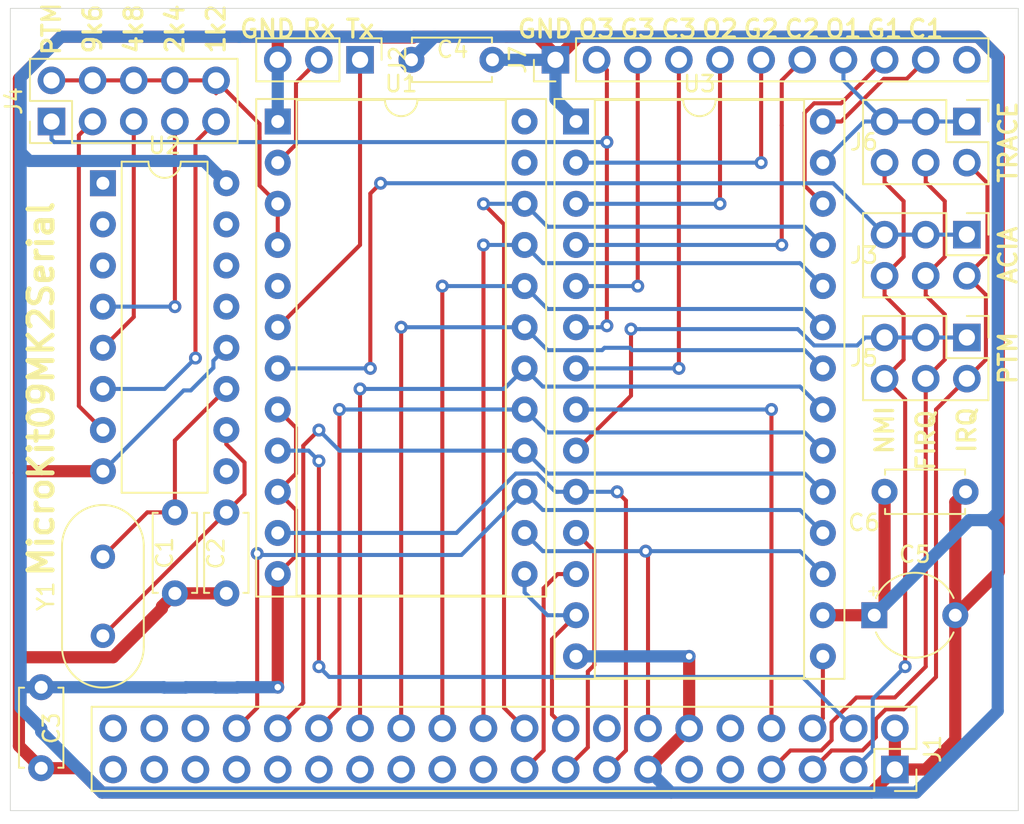
<source format=kicad_pcb>
(kicad_pcb (version 20171130) (host pcbnew 5.1.4-e60b266~84~ubuntu18.04.1)

  (general
    (thickness 1.6)
    (drawings 29)
    (tracks 393)
    (zones 0)
    (modules 17)
    (nets 70)
  )

  (page A4)
  (layers
    (0 F.Cu signal)
    (31 B.Cu signal)
    (32 B.Adhes user)
    (33 F.Adhes user)
    (34 B.Paste user)
    (35 F.Paste user)
    (36 B.SilkS user)
    (37 F.SilkS user)
    (38 B.Mask user)
    (39 F.Mask user)
    (40 Dwgs.User user)
    (41 Cmts.User user)
    (42 Eco1.User user)
    (43 Eco2.User user)
    (44 Edge.Cuts user)
    (45 Margin user)
    (46 B.CrtYd user)
    (47 F.CrtYd user)
    (48 B.Fab user)
    (49 F.Fab user)
  )

  (setup
    (last_trace_width 0.25)
    (user_trace_width 0.75)
    (trace_clearance 0.2)
    (zone_clearance 0.508)
    (zone_45_only no)
    (trace_min 0.2)
    (via_size 0.8)
    (via_drill 0.4)
    (via_min_size 0.4)
    (via_min_drill 0.3)
    (uvia_size 0.3)
    (uvia_drill 0.1)
    (uvias_allowed no)
    (uvia_min_size 0.2)
    (uvia_min_drill 0.1)
    (edge_width 0.05)
    (segment_width 0.2)
    (pcb_text_width 0.3)
    (pcb_text_size 1.5 1.5)
    (mod_edge_width 0.12)
    (mod_text_size 1 1)
    (mod_text_width 0.15)
    (pad_size 1.524 1.524)
    (pad_drill 0.762)
    (pad_to_mask_clearance 0.051)
    (solder_mask_min_width 0.25)
    (aux_axis_origin 0 0)
    (visible_elements FFFFFF7F)
    (pcbplotparams
      (layerselection 0x010fc_ffffffff)
      (usegerberextensions false)
      (usegerberattributes false)
      (usegerberadvancedattributes false)
      (creategerberjobfile false)
      (excludeedgelayer true)
      (linewidth 0.100000)
      (plotframeref false)
      (viasonmask false)
      (mode 1)
      (useauxorigin false)
      (hpglpennumber 1)
      (hpglpenspeed 20)
      (hpglpendiameter 15.000000)
      (psnegative false)
      (psa4output false)
      (plotreference true)
      (plotvalue true)
      (plotinvisibletext false)
      (padsonsilk false)
      (subtractmaskfromsilk false)
      (outputformat 1)
      (mirror false)
      (drillshape 0)
      (scaleselection 1)
      (outputdirectory "gerber"))
  )

  (net 0 "")
  (net 1 "Net-(C1-Pad1)")
  (net 2 GND)
  (net 3 "Net-(C2-Pad1)")
  (net 4 +5V)
  (net 5 /NMI*)
  (net 6 /IRQ*)
  (net 7 /FIRQ*)
  (net 8 "Net-(J1-Pad5)")
  (net 9 "Net-(J1-Pad6)")
  (net 10 /A0)
  (net 11 /A1)
  (net 12 /A2)
  (net 13 /A3)
  (net 14 /A4)
  (net 15 /A5)
  (net 16 /A6)
  (net 17 /A7)
  (net 18 /A8)
  (net 19 /A9)
  (net 20 /A10)
  (net 21 /A11)
  (net 22 /A12)
  (net 23 /A13)
  (net 24 /A14)
  (net 25 /A15)
  (net 26 /D7)
  (net 27 /D6)
  (net 28 /D5)
  (net 29 /D4)
  (net 30 /D3)
  (net 31 /D2)
  (net 32 /D1)
  (net 33 /D0)
  (net 34 /RW*)
  (net 35 "Net-(J1-Pad33)")
  (net 36 /E)
  (net 37 "Net-(J1-Pad36)")
  (net 38 /RESET*)
  (net 39 /A800-ABFF*)
  (net 40 /A400-A7FF*)
  (net 41 "Net-(J2-Pad1)")
  (net 42 "Net-(J2-Pad2)")
  (net 43 /PTM_O3)
  (net 44 /BaudRate)
  (net 45 /9600Bd)
  (net 46 /4800Bd)
  (net 47 /2400Bd)
  (net 48 /1200Bd)
  (net 49 /PTM_O1)
  (net 50 /PTM_G3*)
  (net 51 /PTM_C3*)
  (net 52 /PTM_O2)
  (net 53 /PTM_G2*)
  (net 54 /PTM_C2*)
  (net 55 /PTM_G1*)
  (net 56 "Net-(U1-Pad23)")
  (net 57 "Net-(U1-Pad24)")
  (net 58 "Net-(U1-Pad5)")
  (net 59 /PTM_C1*)
  (net 60 /300Bd)
  (net 61 /600Bd)
  (net 62 /150Bd)
  (net 63 "Net-(J7-Pad11)")
  (net 64 "Net-(U2-Pad1)")
  (net 65 "Net-(U2-Pad9)")
  (net 66 "Net-(U2-Pad2)")
  (net 67 "Net-(U2-Pad3)")
  (net 68 /ACIA_IRQ*)
  (net 69 /PTM_IRQ*)

  (net_class Default "This is the default net class."
    (clearance 0.2)
    (trace_width 0.25)
    (via_dia 0.8)
    (via_drill 0.4)
    (uvia_dia 0.3)
    (uvia_drill 0.1)
    (add_net +5V)
    (add_net /1200Bd)
    (add_net /150Bd)
    (add_net /2400Bd)
    (add_net /300Bd)
    (add_net /4800Bd)
    (add_net /600Bd)
    (add_net /9600Bd)
    (add_net /A0)
    (add_net /A1)
    (add_net /A10)
    (add_net /A11)
    (add_net /A12)
    (add_net /A13)
    (add_net /A14)
    (add_net /A15)
    (add_net /A2)
    (add_net /A3)
    (add_net /A4)
    (add_net /A400-A7FF*)
    (add_net /A5)
    (add_net /A6)
    (add_net /A7)
    (add_net /A8)
    (add_net /A800-ABFF*)
    (add_net /A9)
    (add_net /ACIA_IRQ*)
    (add_net /BaudRate)
    (add_net /D0)
    (add_net /D1)
    (add_net /D2)
    (add_net /D3)
    (add_net /D4)
    (add_net /D5)
    (add_net /D6)
    (add_net /D7)
    (add_net /E)
    (add_net /FIRQ*)
    (add_net /IRQ*)
    (add_net /NMI*)
    (add_net /PTM_C1*)
    (add_net /PTM_C2*)
    (add_net /PTM_C3*)
    (add_net /PTM_G1*)
    (add_net /PTM_G2*)
    (add_net /PTM_G3*)
    (add_net /PTM_IRQ*)
    (add_net /PTM_O1)
    (add_net /PTM_O2)
    (add_net /PTM_O3)
    (add_net /RESET*)
    (add_net /RW*)
    (add_net GND)
    (add_net "Net-(C1-Pad1)")
    (add_net "Net-(C2-Pad1)")
    (add_net "Net-(J1-Pad33)")
    (add_net "Net-(J1-Pad36)")
    (add_net "Net-(J1-Pad5)")
    (add_net "Net-(J1-Pad6)")
    (add_net "Net-(J2-Pad1)")
    (add_net "Net-(J2-Pad2)")
    (add_net "Net-(J7-Pad11)")
    (add_net "Net-(U1-Pad23)")
    (add_net "Net-(U1-Pad24)")
    (add_net "Net-(U1-Pad5)")
    (add_net "Net-(U2-Pad1)")
    (add_net "Net-(U2-Pad2)")
    (add_net "Net-(U2-Pad3)")
    (add_net "Net-(U2-Pad9)")
  )

  (module Package_DIP:DIP-24_W15.24mm_Socket (layer F.Cu) (tedit 5A02E8C5) (tstamp 606537D4)
    (at 75.565 107.95)
    (descr "24-lead though-hole mounted DIP package, row spacing 15.24 mm (600 mils), Socket")
    (tags "THT DIP DIL PDIP 2.54mm 15.24mm 600mil Socket")
    (path /6060A8DC)
    (fp_text reference U1 (at 7.62 -2.33) (layer F.SilkS)
      (effects (font (size 1 1) (thickness 0.15)))
    )
    (fp_text value MC6850 (at 7.62 15.875) (layer F.Fab)
      (effects (font (size 1 1) (thickness 0.15)))
    )
    (fp_arc (start 7.62 -1.33) (end 6.62 -1.33) (angle -180) (layer F.SilkS) (width 0.12))
    (fp_line (start 1.255 -1.27) (end 14.985 -1.27) (layer F.Fab) (width 0.1))
    (fp_line (start 14.985 -1.27) (end 14.985 29.21) (layer F.Fab) (width 0.1))
    (fp_line (start 14.985 29.21) (end 0.255 29.21) (layer F.Fab) (width 0.1))
    (fp_line (start 0.255 29.21) (end 0.255 -0.27) (layer F.Fab) (width 0.1))
    (fp_line (start 0.255 -0.27) (end 1.255 -1.27) (layer F.Fab) (width 0.1))
    (fp_line (start -1.27 -1.33) (end -1.27 29.27) (layer F.Fab) (width 0.1))
    (fp_line (start -1.27 29.27) (end 16.51 29.27) (layer F.Fab) (width 0.1))
    (fp_line (start 16.51 29.27) (end 16.51 -1.33) (layer F.Fab) (width 0.1))
    (fp_line (start 16.51 -1.33) (end -1.27 -1.33) (layer F.Fab) (width 0.1))
    (fp_line (start 6.62 -1.33) (end 1.16 -1.33) (layer F.SilkS) (width 0.12))
    (fp_line (start 1.16 -1.33) (end 1.16 29.27) (layer F.SilkS) (width 0.12))
    (fp_line (start 1.16 29.27) (end 14.08 29.27) (layer F.SilkS) (width 0.12))
    (fp_line (start 14.08 29.27) (end 14.08 -1.33) (layer F.SilkS) (width 0.12))
    (fp_line (start 14.08 -1.33) (end 8.62 -1.33) (layer F.SilkS) (width 0.12))
    (fp_line (start -1.33 -1.39) (end -1.33 29.33) (layer F.SilkS) (width 0.12))
    (fp_line (start -1.33 29.33) (end 16.57 29.33) (layer F.SilkS) (width 0.12))
    (fp_line (start 16.57 29.33) (end 16.57 -1.39) (layer F.SilkS) (width 0.12))
    (fp_line (start 16.57 -1.39) (end -1.33 -1.39) (layer F.SilkS) (width 0.12))
    (fp_line (start -1.55 -1.6) (end -1.55 29.55) (layer F.CrtYd) (width 0.05))
    (fp_line (start -1.55 29.55) (end 16.8 29.55) (layer F.CrtYd) (width 0.05))
    (fp_line (start 16.8 29.55) (end 16.8 -1.6) (layer F.CrtYd) (width 0.05))
    (fp_line (start 16.8 -1.6) (end -1.55 -1.6) (layer F.CrtYd) (width 0.05))
    (fp_text user %R (at 7.62 13.97) (layer F.Fab)
      (effects (font (size 1 1) (thickness 0.15)))
    )
    (pad 1 thru_hole rect (at 0 0) (size 1.6 1.6) (drill 0.8) (layers *.Cu *.Mask)
      (net 2 GND))
    (pad 13 thru_hole oval (at 15.24 27.94) (size 1.6 1.6) (drill 0.8) (layers *.Cu *.Mask)
      (net 34 /RW*))
    (pad 2 thru_hole oval (at 0 2.54) (size 1.6 1.6) (drill 0.8) (layers *.Cu *.Mask)
      (net 42 "Net-(J2-Pad2)"))
    (pad 14 thru_hole oval (at 15.24 25.4) (size 1.6 1.6) (drill 0.8) (layers *.Cu *.Mask)
      (net 36 /E))
    (pad 3 thru_hole oval (at 0 5.08) (size 1.6 1.6) (drill 0.8) (layers *.Cu *.Mask)
      (net 44 /BaudRate))
    (pad 15 thru_hole oval (at 15.24 22.86) (size 1.6 1.6) (drill 0.8) (layers *.Cu *.Mask)
      (net 26 /D7))
    (pad 4 thru_hole oval (at 0 7.62) (size 1.6 1.6) (drill 0.8) (layers *.Cu *.Mask)
      (net 44 /BaudRate))
    (pad 16 thru_hole oval (at 15.24 20.32) (size 1.6 1.6) (drill 0.8) (layers *.Cu *.Mask)
      (net 27 /D6))
    (pad 5 thru_hole oval (at 0 10.16) (size 1.6 1.6) (drill 0.8) (layers *.Cu *.Mask)
      (net 58 "Net-(U1-Pad5)"))
    (pad 17 thru_hole oval (at 15.24 17.78) (size 1.6 1.6) (drill 0.8) (layers *.Cu *.Mask)
      (net 28 /D5))
    (pad 6 thru_hole oval (at 0 12.7) (size 1.6 1.6) (drill 0.8) (layers *.Cu *.Mask)
      (net 41 "Net-(J2-Pad1)"))
    (pad 18 thru_hole oval (at 15.24 15.24) (size 1.6 1.6) (drill 0.8) (layers *.Cu *.Mask)
      (net 29 /D4))
    (pad 7 thru_hole oval (at 0 15.24) (size 1.6 1.6) (drill 0.8) (layers *.Cu *.Mask)
      (net 68 /ACIA_IRQ*))
    (pad 19 thru_hole oval (at 15.24 12.7) (size 1.6 1.6) (drill 0.8) (layers *.Cu *.Mask)
      (net 30 /D3))
    (pad 8 thru_hole oval (at 0 17.78) (size 1.6 1.6) (drill 0.8) (layers *.Cu *.Mask)
      (net 4 +5V))
    (pad 20 thru_hole oval (at 15.24 10.16) (size 1.6 1.6) (drill 0.8) (layers *.Cu *.Mask)
      (net 31 /D2))
    (pad 9 thru_hole oval (at 0 20.32) (size 1.6 1.6) (drill 0.8) (layers *.Cu *.Mask)
      (net 40 /A400-A7FF*))
    (pad 21 thru_hole oval (at 15.24 7.62) (size 1.6 1.6) (drill 0.8) (layers *.Cu *.Mask)
      (net 32 /D1))
    (pad 10 thru_hole oval (at 0 22.86) (size 1.6 1.6) (drill 0.8) (layers *.Cu *.Mask)
      (net 4 +5V))
    (pad 22 thru_hole oval (at 15.24 5.08) (size 1.6 1.6) (drill 0.8) (layers *.Cu *.Mask)
      (net 33 /D0))
    (pad 11 thru_hole oval (at 0 25.4) (size 1.6 1.6) (drill 0.8) (layers *.Cu *.Mask)
      (net 10 /A0))
    (pad 23 thru_hole oval (at 15.24 2.54) (size 1.6 1.6) (drill 0.8) (layers *.Cu *.Mask)
      (net 56 "Net-(U1-Pad23)"))
    (pad 12 thru_hole oval (at 0 27.94) (size 1.6 1.6) (drill 0.8) (layers *.Cu *.Mask)
      (net 4 +5V))
    (pad 24 thru_hole oval (at 15.24 0) (size 1.6 1.6) (drill 0.8) (layers *.Cu *.Mask)
      (net 57 "Net-(U1-Pad24)"))
    (model ${KISYS3DMOD}/Package_DIP.3dshapes/DIP-24_W15.24mm_Socket.wrl
      (at (xyz 0 0 0))
      (scale (xyz 1 1 1))
      (rotate (xyz 0 0 0))
    )
  )

  (module Connector_PinHeader_2.54mm:PinHeader_2x05_P2.54mm_Vertical (layer F.Cu) (tedit 59FED5CC) (tstamp 606560D3)
    (at 61.595 107.95 90)
    (descr "Through hole straight pin header, 2x05, 2.54mm pitch, double rows")
    (tags "Through hole pin header THT 2x05 2.54mm double row")
    (path /607DB29E)
    (fp_text reference J4 (at 1.27 -2.33 90) (layer F.SilkS)
      (effects (font (size 1 1) (thickness 0.15)))
    )
    (fp_text value BaudrateSelect (at -1.905 5.08 180) (layer F.Fab)
      (effects (font (size 1 1) (thickness 0.15)))
    )
    (fp_line (start 0 -1.27) (end 3.81 -1.27) (layer F.Fab) (width 0.1))
    (fp_line (start 3.81 -1.27) (end 3.81 11.43) (layer F.Fab) (width 0.1))
    (fp_line (start 3.81 11.43) (end -1.27 11.43) (layer F.Fab) (width 0.1))
    (fp_line (start -1.27 11.43) (end -1.27 0) (layer F.Fab) (width 0.1))
    (fp_line (start -1.27 0) (end 0 -1.27) (layer F.Fab) (width 0.1))
    (fp_line (start -1.33 11.49) (end 3.87 11.49) (layer F.SilkS) (width 0.12))
    (fp_line (start -1.33 1.27) (end -1.33 11.49) (layer F.SilkS) (width 0.12))
    (fp_line (start 3.87 -1.33) (end 3.87 11.49) (layer F.SilkS) (width 0.12))
    (fp_line (start -1.33 1.27) (end 1.27 1.27) (layer F.SilkS) (width 0.12))
    (fp_line (start 1.27 1.27) (end 1.27 -1.33) (layer F.SilkS) (width 0.12))
    (fp_line (start 1.27 -1.33) (end 3.87 -1.33) (layer F.SilkS) (width 0.12))
    (fp_line (start -1.33 0) (end -1.33 -1.33) (layer F.SilkS) (width 0.12))
    (fp_line (start -1.33 -1.33) (end 0 -1.33) (layer F.SilkS) (width 0.12))
    (fp_line (start -1.8 -1.8) (end -1.8 11.95) (layer F.CrtYd) (width 0.05))
    (fp_line (start -1.8 11.95) (end 4.35 11.95) (layer F.CrtYd) (width 0.05))
    (fp_line (start 4.35 11.95) (end 4.35 -1.8) (layer F.CrtYd) (width 0.05))
    (fp_line (start 4.35 -1.8) (end -1.8 -1.8) (layer F.CrtYd) (width 0.05))
    (fp_text user %R (at 1.27 5.08) (layer F.Fab)
      (effects (font (size 1 1) (thickness 0.15)))
    )
    (pad 1 thru_hole rect (at 0 0 90) (size 1.7 1.7) (drill 1) (layers *.Cu *.Mask)
      (net 43 /PTM_O3))
    (pad 2 thru_hole oval (at 2.54 0 90) (size 1.7 1.7) (drill 1) (layers *.Cu *.Mask)
      (net 44 /BaudRate))
    (pad 3 thru_hole oval (at 0 2.54 90) (size 1.7 1.7) (drill 1) (layers *.Cu *.Mask)
      (net 45 /9600Bd))
    (pad 4 thru_hole oval (at 2.54 2.54 90) (size 1.7 1.7) (drill 1) (layers *.Cu *.Mask)
      (net 44 /BaudRate))
    (pad 5 thru_hole oval (at 0 5.08 90) (size 1.7 1.7) (drill 1) (layers *.Cu *.Mask)
      (net 46 /4800Bd))
    (pad 6 thru_hole oval (at 2.54 5.08 90) (size 1.7 1.7) (drill 1) (layers *.Cu *.Mask)
      (net 44 /BaudRate))
    (pad 7 thru_hole oval (at 0 7.62 90) (size 1.7 1.7) (drill 1) (layers *.Cu *.Mask)
      (net 47 /2400Bd))
    (pad 8 thru_hole oval (at 2.54 7.62 90) (size 1.7 1.7) (drill 1) (layers *.Cu *.Mask)
      (net 44 /BaudRate))
    (pad 9 thru_hole oval (at 0 10.16 90) (size 1.7 1.7) (drill 1) (layers *.Cu *.Mask)
      (net 48 /1200Bd))
    (pad 10 thru_hole oval (at 2.54 10.16 90) (size 1.7 1.7) (drill 1) (layers *.Cu *.Mask)
      (net 44 /BaudRate))
    (model ${KISYS3DMOD}/Connector_PinHeader_2.54mm.3dshapes/PinHeader_2x05_P2.54mm_Vertical.wrl
      (at (xyz 0 0 0))
      (scale (xyz 1 1 1))
      (rotate (xyz 0 0 0))
    )
  )

  (module Connector_PinHeader_2.54mm:PinHeader_1x11_P2.54mm_Vertical (layer F.Cu) (tedit 59FED5CC) (tstamp 6065330C)
    (at 92.71 104.14 90)
    (descr "Through hole straight pin header, 1x11, 2.54mm pitch, single row")
    (tags "Through hole pin header THT 1x11 2.54mm single row")
    (path /606EB96C)
    (fp_text reference J7 (at 0 -2.33 90) (layer F.SilkS)
      (effects (font (size 1 1) (thickness 0.15)))
    )
    (fp_text value PTM (at 0 27.73 90) (layer F.Fab)
      (effects (font (size 1 1) (thickness 0.15)))
    )
    (fp_text user %R (at 0 12.7) (layer F.Fab)
      (effects (font (size 1 1) (thickness 0.15)))
    )
    (fp_line (start 1.8 -1.8) (end -1.8 -1.8) (layer F.CrtYd) (width 0.05))
    (fp_line (start 1.8 27.2) (end 1.8 -1.8) (layer F.CrtYd) (width 0.05))
    (fp_line (start -1.8 27.2) (end 1.8 27.2) (layer F.CrtYd) (width 0.05))
    (fp_line (start -1.8 -1.8) (end -1.8 27.2) (layer F.CrtYd) (width 0.05))
    (fp_line (start -1.33 -1.33) (end 0 -1.33) (layer F.SilkS) (width 0.12))
    (fp_line (start -1.33 0) (end -1.33 -1.33) (layer F.SilkS) (width 0.12))
    (fp_line (start -1.33 1.27) (end 1.33 1.27) (layer F.SilkS) (width 0.12))
    (fp_line (start 1.33 1.27) (end 1.33 26.73) (layer F.SilkS) (width 0.12))
    (fp_line (start -1.33 1.27) (end -1.33 26.73) (layer F.SilkS) (width 0.12))
    (fp_line (start -1.33 26.73) (end 1.33 26.73) (layer F.SilkS) (width 0.12))
    (fp_line (start -1.27 -0.635) (end -0.635 -1.27) (layer F.Fab) (width 0.1))
    (fp_line (start -1.27 26.67) (end -1.27 -0.635) (layer F.Fab) (width 0.1))
    (fp_line (start 1.27 26.67) (end -1.27 26.67) (layer F.Fab) (width 0.1))
    (fp_line (start 1.27 -1.27) (end 1.27 26.67) (layer F.Fab) (width 0.1))
    (fp_line (start -0.635 -1.27) (end 1.27 -1.27) (layer F.Fab) (width 0.1))
    (pad 11 thru_hole oval (at 0 25.4 90) (size 1.7 1.7) (drill 1) (layers *.Cu *.Mask)
      (net 63 "Net-(J7-Pad11)"))
    (pad 10 thru_hole oval (at 0 22.86 90) (size 1.7 1.7) (drill 1) (layers *.Cu *.Mask)
      (net 59 /PTM_C1*))
    (pad 9 thru_hole oval (at 0 20.32 90) (size 1.7 1.7) (drill 1) (layers *.Cu *.Mask)
      (net 55 /PTM_G1*))
    (pad 8 thru_hole oval (at 0 17.78 90) (size 1.7 1.7) (drill 1) (layers *.Cu *.Mask)
      (net 49 /PTM_O1))
    (pad 7 thru_hole oval (at 0 15.24 90) (size 1.7 1.7) (drill 1) (layers *.Cu *.Mask)
      (net 54 /PTM_C2*))
    (pad 6 thru_hole oval (at 0 12.7 90) (size 1.7 1.7) (drill 1) (layers *.Cu *.Mask)
      (net 53 /PTM_G2*))
    (pad 5 thru_hole oval (at 0 10.16 90) (size 1.7 1.7) (drill 1) (layers *.Cu *.Mask)
      (net 52 /PTM_O2))
    (pad 4 thru_hole oval (at 0 7.62 90) (size 1.7 1.7) (drill 1) (layers *.Cu *.Mask)
      (net 51 /PTM_C3*))
    (pad 3 thru_hole oval (at 0 5.08 90) (size 1.7 1.7) (drill 1) (layers *.Cu *.Mask)
      (net 50 /PTM_G3*))
    (pad 2 thru_hole oval (at 0 2.54 90) (size 1.7 1.7) (drill 1) (layers *.Cu *.Mask)
      (net 43 /PTM_O3))
    (pad 1 thru_hole rect (at 0 0 90) (size 1.7 1.7) (drill 1) (layers *.Cu *.Mask)
      (net 2 GND))
    (model ${KISYS3DMOD}/Connector_PinHeader_2.54mm.3dshapes/PinHeader_1x11_P2.54mm_Vertical.wrl
      (at (xyz 0 0 0))
      (scale (xyz 1 1 1))
      (rotate (xyz 0 0 0))
    )
  )

  (module Connector_PinHeader_2.54mm:PinHeader_2x20_P2.54mm_Vertical_CW (layer F.Cu) (tedit 60647A93) (tstamp 606505B7)
    (at 113.665 145.415 270)
    (descr "Through hole straight pin header, 2x20, 2.54mm pitch, double rows")
    (tags "Through hole pin header THT 2x20 2.54mm double row")
    (path /6060D495)
    (fp_text reference J1 (at 1.27 -2.33 90) (layer F.SilkS)
      (effects (font (size 1 1) (thickness 0.15)))
    )
    (fp_text value ExpansionConnector (at 5.08 25.4 180) (layer F.Fab)
      (effects (font (size 1 1) (thickness 0.15)))
    )
    (fp_text user %R (at 1.27 24.13) (layer F.Fab)
      (effects (font (size 1 1) (thickness 0.15)))
    )
    (fp_line (start -1.81 -1.8) (end 4.34 -1.8) (layer F.CrtYd) (width 0.05))
    (fp_line (start -1.81 50.05) (end -1.81 -1.8) (layer F.CrtYd) (width 0.05))
    (fp_line (start 4.34 50.05) (end -1.81 50.05) (layer F.CrtYd) (width 0.05))
    (fp_line (start 4.34 -1.8) (end 4.34 50.05) (layer F.CrtYd) (width 0.05))
    (fp_line (start 3.87 -1.33) (end 2.54 -1.33) (layer F.SilkS) (width 0.12))
    (fp_line (start 3.87 0) (end 3.87 -1.33) (layer F.SilkS) (width 0.12))
    (fp_line (start 1.27 -1.33) (end -1.33 -1.33) (layer F.SilkS) (width 0.12))
    (fp_line (start 1.27 1.27) (end 1.27 -1.33) (layer F.SilkS) (width 0.12))
    (fp_line (start 3.87 1.27) (end 1.27 1.27) (layer F.SilkS) (width 0.12))
    (fp_line (start -1.33 -1.33) (end -1.33 49.59) (layer F.SilkS) (width 0.12))
    (fp_line (start 3.87 1.27) (end 3.87 49.59) (layer F.SilkS) (width 0.12))
    (fp_line (start 3.87 49.59) (end -1.33 49.59) (layer F.SilkS) (width 0.12))
    (fp_line (start 3.81 0) (end 2.54 -1.27) (layer F.Fab) (width 0.1))
    (fp_line (start 3.81 49.53) (end 3.81 0) (layer F.Fab) (width 0.1))
    (fp_line (start -1.27 49.53) (end 3.81 49.53) (layer F.Fab) (width 0.1))
    (fp_line (start -1.27 -1.27) (end -1.27 49.53) (layer F.Fab) (width 0.1))
    (fp_line (start 2.54 -1.27) (end -1.27 -1.27) (layer F.Fab) (width 0.1))
    (pad 21 thru_hole oval (at 0 48.26 270) (size 1.7 1.7) (drill 1) (layers *.Cu *.Mask)
      (net 23 /A13))
    (pad 20 thru_hole oval (at 2.54 48.26 270) (size 1.7 1.7) (drill 1) (layers *.Cu *.Mask)
      (net 22 /A12))
    (pad 22 thru_hole oval (at 0 45.72 270) (size 1.7 1.7) (drill 1) (layers *.Cu *.Mask)
      (net 24 /A14))
    (pad 19 thru_hole oval (at 2.54 45.72 270) (size 1.7 1.7) (drill 1) (layers *.Cu *.Mask)
      (net 21 /A11))
    (pad 23 thru_hole oval (at 0 43.18 270) (size 1.7 1.7) (drill 1) (layers *.Cu *.Mask)
      (net 25 /A15))
    (pad 18 thru_hole oval (at 2.54 43.18 270) (size 1.7 1.7) (drill 1) (layers *.Cu *.Mask)
      (net 20 /A10))
    (pad 24 thru_hole oval (at 0 40.64 270) (size 1.7 1.7) (drill 1) (layers *.Cu *.Mask)
      (net 26 /D7))
    (pad 17 thru_hole oval (at 2.54 40.64 270) (size 1.7 1.7) (drill 1) (layers *.Cu *.Mask)
      (net 19 /A9))
    (pad 25 thru_hole oval (at 0 38.1 270) (size 1.7 1.7) (drill 1) (layers *.Cu *.Mask)
      (net 27 /D6))
    (pad 16 thru_hole oval (at 2.54 38.1 270) (size 1.7 1.7) (drill 1) (layers *.Cu *.Mask)
      (net 18 /A8))
    (pad 26 thru_hole oval (at 0 35.56 270) (size 1.7 1.7) (drill 1) (layers *.Cu *.Mask)
      (net 28 /D5))
    (pad 15 thru_hole oval (at 2.54 35.56 270) (size 1.7 1.7) (drill 1) (layers *.Cu *.Mask)
      (net 17 /A7))
    (pad 27 thru_hole oval (at 0 33.02 270) (size 1.7 1.7) (drill 1) (layers *.Cu *.Mask)
      (net 29 /D4))
    (pad 14 thru_hole oval (at 2.54 33.02 270) (size 1.7 1.7) (drill 1) (layers *.Cu *.Mask)
      (net 16 /A6))
    (pad 28 thru_hole oval (at 0 30.48 270) (size 1.7 1.7) (drill 1) (layers *.Cu *.Mask)
      (net 30 /D3))
    (pad 13 thru_hole oval (at 2.54 30.48 270) (size 1.7 1.7) (drill 1) (layers *.Cu *.Mask)
      (net 15 /A5))
    (pad 29 thru_hole oval (at 0 27.94 270) (size 1.7 1.7) (drill 1) (layers *.Cu *.Mask)
      (net 31 /D2))
    (pad 12 thru_hole oval (at 2.54 27.94 270) (size 1.7 1.7) (drill 1) (layers *.Cu *.Mask)
      (net 14 /A4))
    (pad 30 thru_hole oval (at 0 25.4 270) (size 1.7 1.7) (drill 1) (layers *.Cu *.Mask)
      (net 32 /D1))
    (pad 11 thru_hole oval (at 2.54 25.4 270) (size 1.7 1.7) (drill 1) (layers *.Cu *.Mask)
      (net 13 /A3))
    (pad 31 thru_hole oval (at 0 22.86 270) (size 1.7 1.7) (drill 1) (layers *.Cu *.Mask)
      (net 33 /D0))
    (pad 10 thru_hole oval (at 2.54 22.86 270) (size 1.7 1.7) (drill 1) (layers *.Cu *.Mask)
      (net 12 /A2))
    (pad 32 thru_hole oval (at 0 20.32 270) (size 1.7 1.7) (drill 1) (layers *.Cu *.Mask)
      (net 34 /RW*))
    (pad 9 thru_hole oval (at 2.54 20.32 270) (size 1.7 1.7) (drill 1) (layers *.Cu *.Mask)
      (net 11 /A1))
    (pad 33 thru_hole oval (at 0 17.78 270) (size 1.7 1.7) (drill 1) (layers *.Cu *.Mask)
      (net 35 "Net-(J1-Pad33)"))
    (pad 8 thru_hole oval (at 2.54 17.78 270) (size 1.7 1.7) (drill 1) (layers *.Cu *.Mask)
      (net 10 /A0))
    (pad 34 thru_hole oval (at 0 15.24 270) (size 1.7 1.7) (drill 1) (layers *.Cu *.Mask)
      (net 36 /E))
    (pad 7 thru_hole oval (at 2.54 15.24 270) (size 1.7 1.7) (drill 1) (layers *.Cu *.Mask)
      (net 4 +5V))
    (pad 35 thru_hole oval (at 0 12.7 270) (size 1.7 1.7) (drill 1) (layers *.Cu *.Mask)
      (net 4 +5V))
    (pad 6 thru_hole oval (at 2.54 12.7 270) (size 1.7 1.7) (drill 1) (layers *.Cu *.Mask)
      (net 9 "Net-(J1-Pad6)"))
    (pad 36 thru_hole oval (at 0 10.16 270) (size 1.7 1.7) (drill 1) (layers *.Cu *.Mask)
      (net 37 "Net-(J1-Pad36)"))
    (pad 5 thru_hole oval (at 2.54 10.16 270) (size 1.7 1.7) (drill 1) (layers *.Cu *.Mask)
      (net 8 "Net-(J1-Pad5)"))
    (pad 37 thru_hole oval (at 0 7.62 270) (size 1.7 1.7) (drill 1) (layers *.Cu *.Mask)
      (net 38 /RESET*))
    (pad 4 thru_hole oval (at 2.54 7.62 270) (size 1.7 1.7) (drill 1) (layers *.Cu *.Mask)
      (net 7 /FIRQ*))
    (pad 38 thru_hole oval (at 0 5.08 270) (size 1.7 1.7) (drill 1) (layers *.Cu *.Mask)
      (net 39 /A800-ABFF*))
    (pad 3 thru_hole oval (at 2.54 5.08 270) (size 1.7 1.7) (drill 1) (layers *.Cu *.Mask)
      (net 6 /IRQ*))
    (pad 39 thru_hole oval (at 0 2.54 270) (size 1.7 1.7) (drill 1) (layers *.Cu *.Mask)
      (net 40 /A400-A7FF*))
    (pad 2 thru_hole oval (at 2.54 2.54 270) (size 1.7 1.7) (drill 1) (layers *.Cu *.Mask)
      (net 5 /NMI*))
    (pad 40 thru_hole oval (at 0 0 270) (size 1.7 1.7) (drill 1) (layers *.Cu *.Mask)
      (net 2 GND))
    (pad 1 thru_hole rect (at 2.54 0 270) (size 1.7 1.7) (drill 1) (layers *.Cu *.Mask)
      (net 2 GND))
    (model ${KISYS3DMOD}/Connector_PinHeader_2.54mm.3dshapes/PinHeader_2x20_P2.54mm_Vertical.wrl
      (at (xyz 0 0 0))
      (scale (xyz 1 1 1))
      (rotate (xyz 0 0 0))
    )
  )

  (module Capacitor_THT:C_Disc_D4.7mm_W2.5mm_P5.00mm (layer F.Cu) (tedit 5AE50EF0) (tstamp 6064D3D9)
    (at 69.215 132.08 270)
    (descr "C, Disc series, Radial, pin pitch=5.00mm, , diameter*width=4.7*2.5mm^2, Capacitor, http://www.vishay.com/docs/45233/krseries.pdf")
    (tags "C Disc series Radial pin pitch 5.00mm  diameter 4.7mm width 2.5mm Capacitor")
    (path /6062B67D)
    (fp_text reference C1 (at 2.5 0.635 90) (layer F.SilkS)
      (effects (font (size 1 1) (thickness 0.15)))
    )
    (fp_text value 22pF (at 2.5 -0.635 90) (layer F.Fab)
      (effects (font (size 1 1) (thickness 0.15)))
    )
    (fp_line (start 0.15 -1.25) (end 0.15 1.25) (layer F.Fab) (width 0.1))
    (fp_line (start 0.15 1.25) (end 4.85 1.25) (layer F.Fab) (width 0.1))
    (fp_line (start 4.85 1.25) (end 4.85 -1.25) (layer F.Fab) (width 0.1))
    (fp_line (start 4.85 -1.25) (end 0.15 -1.25) (layer F.Fab) (width 0.1))
    (fp_line (start 0.03 -1.37) (end 4.97 -1.37) (layer F.SilkS) (width 0.12))
    (fp_line (start 0.03 1.37) (end 4.97 1.37) (layer F.SilkS) (width 0.12))
    (fp_line (start 0.03 -1.37) (end 0.03 -1.055) (layer F.SilkS) (width 0.12))
    (fp_line (start 0.03 1.055) (end 0.03 1.37) (layer F.SilkS) (width 0.12))
    (fp_line (start 4.97 -1.37) (end 4.97 -1.055) (layer F.SilkS) (width 0.12))
    (fp_line (start 4.97 1.055) (end 4.97 1.37) (layer F.SilkS) (width 0.12))
    (fp_line (start -1.05 -1.5) (end -1.05 1.5) (layer F.CrtYd) (width 0.05))
    (fp_line (start -1.05 1.5) (end 6.05 1.5) (layer F.CrtYd) (width 0.05))
    (fp_line (start 6.05 1.5) (end 6.05 -1.5) (layer F.CrtYd) (width 0.05))
    (fp_line (start 6.05 -1.5) (end -1.05 -1.5) (layer F.CrtYd) (width 0.05))
    (fp_text user %R (at 2.5 0.635 90) (layer F.Fab)
      (effects (font (size 0.94 0.94) (thickness 0.141)))
    )
    (pad 1 thru_hole circle (at 0 0 270) (size 1.6 1.6) (drill 0.8) (layers *.Cu *.Mask)
      (net 1 "Net-(C1-Pad1)"))
    (pad 2 thru_hole circle (at 5 0 270) (size 1.6 1.6) (drill 0.8) (layers *.Cu *.Mask)
      (net 2 GND))
    (model ${KISYS3DMOD}/Capacitor_THT.3dshapes/C_Disc_D4.7mm_W2.5mm_P5.00mm.wrl
      (at (xyz 0 0 0))
      (scale (xyz 1 1 1))
      (rotate (xyz 0 0 0))
    )
  )

  (module Capacitor_THT:C_Disc_D4.7mm_W2.5mm_P5.00mm (layer F.Cu) (tedit 5AE50EF0) (tstamp 6065765D)
    (at 72.39 132.08 270)
    (descr "C, Disc series, Radial, pin pitch=5.00mm, , diameter*width=4.7*2.5mm^2, Capacitor, http://www.vishay.com/docs/45233/krseries.pdf")
    (tags "C Disc series Radial pin pitch 5.00mm  diameter 4.7mm width 2.5mm Capacitor")
    (path /6062C099)
    (fp_text reference C2 (at 2.54 0.635 90) (layer F.SilkS)
      (effects (font (size 1 1) (thickness 0.15)))
    )
    (fp_text value 22pF (at 2.5 -0.635 90) (layer F.Fab)
      (effects (font (size 1 1) (thickness 0.15)))
    )
    (fp_text user %R (at 2.5 0.635 90) (layer F.Fab)
      (effects (font (size 0.94 0.94) (thickness 0.141)))
    )
    (fp_line (start 6.05 -1.5) (end -1.05 -1.5) (layer F.CrtYd) (width 0.05))
    (fp_line (start 6.05 1.5) (end 6.05 -1.5) (layer F.CrtYd) (width 0.05))
    (fp_line (start -1.05 1.5) (end 6.05 1.5) (layer F.CrtYd) (width 0.05))
    (fp_line (start -1.05 -1.5) (end -1.05 1.5) (layer F.CrtYd) (width 0.05))
    (fp_line (start 4.97 1.055) (end 4.97 1.37) (layer F.SilkS) (width 0.12))
    (fp_line (start 4.97 -1.37) (end 4.97 -1.055) (layer F.SilkS) (width 0.12))
    (fp_line (start 0.03 1.055) (end 0.03 1.37) (layer F.SilkS) (width 0.12))
    (fp_line (start 0.03 -1.37) (end 0.03 -1.055) (layer F.SilkS) (width 0.12))
    (fp_line (start 0.03 1.37) (end 4.97 1.37) (layer F.SilkS) (width 0.12))
    (fp_line (start 0.03 -1.37) (end 4.97 -1.37) (layer F.SilkS) (width 0.12))
    (fp_line (start 4.85 -1.25) (end 0.15 -1.25) (layer F.Fab) (width 0.1))
    (fp_line (start 4.85 1.25) (end 4.85 -1.25) (layer F.Fab) (width 0.1))
    (fp_line (start 0.15 1.25) (end 4.85 1.25) (layer F.Fab) (width 0.1))
    (fp_line (start 0.15 -1.25) (end 0.15 1.25) (layer F.Fab) (width 0.1))
    (pad 2 thru_hole circle (at 5 0 270) (size 1.6 1.6) (drill 0.8) (layers *.Cu *.Mask)
      (net 2 GND))
    (pad 1 thru_hole circle (at 0 0 270) (size 1.6 1.6) (drill 0.8) (layers *.Cu *.Mask)
      (net 3 "Net-(C2-Pad1)"))
    (model ${KISYS3DMOD}/Capacitor_THT.3dshapes/C_Disc_D4.7mm_W2.5mm_P5.00mm.wrl
      (at (xyz 0 0 0))
      (scale (xyz 1 1 1))
      (rotate (xyz 0 0 0))
    )
  )

  (module Capacitor_THT:C_Disc_D4.7mm_W2.5mm_P5.00mm (layer F.Cu) (tedit 5AE50EF0) (tstamp 6064D403)
    (at 60.96 142.875 270)
    (descr "C, Disc series, Radial, pin pitch=5.00mm, , diameter*width=4.7*2.5mm^2, Capacitor, http://www.vishay.com/docs/45233/krseries.pdf")
    (tags "C Disc series Radial pin pitch 5.00mm  diameter 4.7mm width 2.5mm Capacitor")
    (path /606D1AC2)
    (fp_text reference C3 (at 2.54 -0.635 270) (layer F.SilkS)
      (effects (font (size 1 1) (thickness 0.15)))
    )
    (fp_text value 100nF (at 2.5 0.635 90) (layer F.Fab)
      (effects (font (size 1 1) (thickness 0.15)))
    )
    (fp_line (start 0.15 -1.25) (end 0.15 1.25) (layer F.Fab) (width 0.1))
    (fp_line (start 0.15 1.25) (end 4.85 1.25) (layer F.Fab) (width 0.1))
    (fp_line (start 4.85 1.25) (end 4.85 -1.25) (layer F.Fab) (width 0.1))
    (fp_line (start 4.85 -1.25) (end 0.15 -1.25) (layer F.Fab) (width 0.1))
    (fp_line (start 0.03 -1.37) (end 4.97 -1.37) (layer F.SilkS) (width 0.12))
    (fp_line (start 0.03 1.37) (end 4.97 1.37) (layer F.SilkS) (width 0.12))
    (fp_line (start 0.03 -1.37) (end 0.03 -1.055) (layer F.SilkS) (width 0.12))
    (fp_line (start 0.03 1.055) (end 0.03 1.37) (layer F.SilkS) (width 0.12))
    (fp_line (start 4.97 -1.37) (end 4.97 -1.055) (layer F.SilkS) (width 0.12))
    (fp_line (start 4.97 1.055) (end 4.97 1.37) (layer F.SilkS) (width 0.12))
    (fp_line (start -1.05 -1.5) (end -1.05 1.5) (layer F.CrtYd) (width 0.05))
    (fp_line (start -1.05 1.5) (end 6.05 1.5) (layer F.CrtYd) (width 0.05))
    (fp_line (start 6.05 1.5) (end 6.05 -1.5) (layer F.CrtYd) (width 0.05))
    (fp_line (start 6.05 -1.5) (end -1.05 -1.5) (layer F.CrtYd) (width 0.05))
    (pad 1 thru_hole circle (at 0 0 270) (size 1.6 1.6) (drill 0.8) (layers *.Cu *.Mask)
      (net 4 +5V))
    (pad 2 thru_hole circle (at 5 0 270) (size 1.6 1.6) (drill 0.8) (layers *.Cu *.Mask)
      (net 2 GND))
    (model ${KISYS3DMOD}/Capacitor_THT.3dshapes/C_Disc_D4.7mm_W2.5mm_P5.00mm.wrl
      (at (xyz 0 0 0))
      (scale (xyz 1 1 1))
      (rotate (xyz 0 0 0))
    )
  )

  (module Capacitor_THT:C_Disc_D4.7mm_W2.5mm_P5.00mm (layer F.Cu) (tedit 5AE50EF0) (tstamp 6064D418)
    (at 83.82 104.14)
    (descr "C, Disc series, Radial, pin pitch=5.00mm, , diameter*width=4.7*2.5mm^2, Capacitor, http://www.vishay.com/docs/45233/krseries.pdf")
    (tags "C Disc series Radial pin pitch 5.00mm  diameter 4.7mm width 2.5mm Capacitor")
    (path /606D2CF8)
    (fp_text reference C4 (at 2.54 -0.635) (layer F.SilkS)
      (effects (font (size 1 1) (thickness 0.15)))
    )
    (fp_text value 100nF (at 2.5 0.635) (layer F.Fab)
      (effects (font (size 1 1) (thickness 0.15)))
    )
    (fp_text user %R (at 2.5 -0.635) (layer F.Fab)
      (effects (font (size 0.94 0.94) (thickness 0.141)))
    )
    (fp_line (start 6.05 -1.5) (end -1.05 -1.5) (layer F.CrtYd) (width 0.05))
    (fp_line (start 6.05 1.5) (end 6.05 -1.5) (layer F.CrtYd) (width 0.05))
    (fp_line (start -1.05 1.5) (end 6.05 1.5) (layer F.CrtYd) (width 0.05))
    (fp_line (start -1.05 -1.5) (end -1.05 1.5) (layer F.CrtYd) (width 0.05))
    (fp_line (start 4.97 1.055) (end 4.97 1.37) (layer F.SilkS) (width 0.12))
    (fp_line (start 4.97 -1.37) (end 4.97 -1.055) (layer F.SilkS) (width 0.12))
    (fp_line (start 0.03 1.055) (end 0.03 1.37) (layer F.SilkS) (width 0.12))
    (fp_line (start 0.03 -1.37) (end 0.03 -1.055) (layer F.SilkS) (width 0.12))
    (fp_line (start 0.03 1.37) (end 4.97 1.37) (layer F.SilkS) (width 0.12))
    (fp_line (start 0.03 -1.37) (end 4.97 -1.37) (layer F.SilkS) (width 0.12))
    (fp_line (start 4.85 -1.25) (end 0.15 -1.25) (layer F.Fab) (width 0.1))
    (fp_line (start 4.85 1.25) (end 4.85 -1.25) (layer F.Fab) (width 0.1))
    (fp_line (start 0.15 1.25) (end 4.85 1.25) (layer F.Fab) (width 0.1))
    (fp_line (start 0.15 -1.25) (end 0.15 1.25) (layer F.Fab) (width 0.1))
    (pad 2 thru_hole circle (at 5 0) (size 1.6 1.6) (drill 0.8) (layers *.Cu *.Mask)
      (net 2 GND))
    (pad 1 thru_hole circle (at 0 0) (size 1.6 1.6) (drill 0.8) (layers *.Cu *.Mask)
      (net 4 +5V))
    (model ${KISYS3DMOD}/Capacitor_THT.3dshapes/C_Disc_D4.7mm_W2.5mm_P5.00mm.wrl
      (at (xyz 0 0 0))
      (scale (xyz 1 1 1))
      (rotate (xyz 0 0 0))
    )
  )

  (module Capacitor_THT:CP_Radial_Tantal_D5.0mm_P5.00mm (layer F.Cu) (tedit 5AE50EF0) (tstamp 60653CEC)
    (at 112.395 138.43)
    (descr "CP, Radial_Tantal series, Radial, pin pitch=5.00mm, , diameter=5.0mm, Tantal Electrolytic Capacitor, http://cdn-reichelt.de/documents/datenblatt/B300/TANTAL-TB-Serie%23.pdf")
    (tags "CP Radial_Tantal series Radial pin pitch 5.00mm  diameter 5.0mm Tantal Electrolytic Capacitor")
    (path /606D962C)
    (fp_text reference C5 (at 2.5 -3.75) (layer F.SilkS)
      (effects (font (size 1 1) (thickness 0.15)))
    )
    (fp_text value 100uF/16V (at 2.5 3.75) (layer F.Fab)
      (effects (font (size 1 1) (thickness 0.15)))
    )
    (fp_arc (start 2.5 0) (end 0.104003 -1.06) (angle 132.27036) (layer F.SilkS) (width 0.12))
    (fp_arc (start 2.5 0) (end 0.104003 1.06) (angle -132.27036) (layer F.SilkS) (width 0.12))
    (fp_circle (center 2.5 0) (end 5 0) (layer F.Fab) (width 0.1))
    (fp_circle (center 2.5 0) (end 6.22 0) (layer F.CrtYd) (width 0.05))
    (fp_line (start 0.366395 -1.0875) (end 0.866395 -1.0875) (layer F.Fab) (width 0.1))
    (fp_line (start 0.616395 -1.3375) (end 0.616395 -0.8375) (layer F.Fab) (width 0.1))
    (fp_line (start -0.304775 -1.475) (end 0.195225 -1.475) (layer F.SilkS) (width 0.12))
    (fp_line (start -0.054775 -1.725) (end -0.054775 -1.225) (layer F.SilkS) (width 0.12))
    (fp_text user %R (at 2.5 0) (layer F.Fab)
      (effects (font (size 1 1) (thickness 0.15)))
    )
    (pad 1 thru_hole rect (at 0 0) (size 1.6 1.6) (drill 0.8) (layers *.Cu *.Mask)
      (net 4 +5V))
    (pad 2 thru_hole circle (at 5 0) (size 1.6 1.6) (drill 0.8) (layers *.Cu *.Mask)
      (net 2 GND))
    (model ${KISYS3DMOD}/Capacitor_THT.3dshapes/CP_Radial_Tantal_D5.0mm_P5.00mm.wrl
      (at (xyz 0 0 0))
      (scale (xyz 1 1 1))
      (rotate (xyz 0 0 0))
    )
  )

  (module Capacitor_THT:C_Disc_D4.7mm_W2.5mm_P5.00mm (layer F.Cu) (tedit 5AE50EF0) (tstamp 6064D43C)
    (at 113.03 130.81)
    (descr "C, Disc series, Radial, pin pitch=5.00mm, , diameter*width=4.7*2.5mm^2, Capacitor, http://www.vishay.com/docs/45233/krseries.pdf")
    (tags "C Disc series Radial pin pitch 5.00mm  diameter 4.7mm width 2.5mm Capacitor")
    (path /60787D77)
    (fp_text reference C6 (at -1.27 1.905) (layer F.SilkS)
      (effects (font (size 1 1) (thickness 0.15)))
    )
    (fp_text value 100nF (at 2.5 2.5) (layer F.Fab)
      (effects (font (size 1 1) (thickness 0.15)))
    )
    (fp_line (start 0.15 -1.25) (end 0.15 1.25) (layer F.Fab) (width 0.1))
    (fp_line (start 0.15 1.25) (end 4.85 1.25) (layer F.Fab) (width 0.1))
    (fp_line (start 4.85 1.25) (end 4.85 -1.25) (layer F.Fab) (width 0.1))
    (fp_line (start 4.85 -1.25) (end 0.15 -1.25) (layer F.Fab) (width 0.1))
    (fp_line (start 0.03 -1.37) (end 4.97 -1.37) (layer F.SilkS) (width 0.12))
    (fp_line (start 0.03 1.37) (end 4.97 1.37) (layer F.SilkS) (width 0.12))
    (fp_line (start 0.03 -1.37) (end 0.03 -1.055) (layer F.SilkS) (width 0.12))
    (fp_line (start 0.03 1.055) (end 0.03 1.37) (layer F.SilkS) (width 0.12))
    (fp_line (start 4.97 -1.37) (end 4.97 -1.055) (layer F.SilkS) (width 0.12))
    (fp_line (start 4.97 1.055) (end 4.97 1.37) (layer F.SilkS) (width 0.12))
    (fp_line (start -1.05 -1.5) (end -1.05 1.5) (layer F.CrtYd) (width 0.05))
    (fp_line (start -1.05 1.5) (end 6.05 1.5) (layer F.CrtYd) (width 0.05))
    (fp_line (start 6.05 1.5) (end 6.05 -1.5) (layer F.CrtYd) (width 0.05))
    (fp_line (start 6.05 -1.5) (end -1.05 -1.5) (layer F.CrtYd) (width 0.05))
    (fp_text user %R (at 2.5 0) (layer F.Fab)
      (effects (font (size 0.94 0.94) (thickness 0.141)))
    )
    (pad 1 thru_hole circle (at 0 0) (size 1.6 1.6) (drill 0.8) (layers *.Cu *.Mask)
      (net 4 +5V))
    (pad 2 thru_hole circle (at 5 0) (size 1.6 1.6) (drill 0.8) (layers *.Cu *.Mask)
      (net 2 GND))
    (model ${KISYS3DMOD}/Capacitor_THT.3dshapes/C_Disc_D4.7mm_W2.5mm_P5.00mm.wrl
      (at (xyz 0 0 0))
      (scale (xyz 1 1 1))
      (rotate (xyz 0 0 0))
    )
  )

  (module Connector_PinHeader_2.54mm:PinHeader_1x03_P2.54mm_Vertical (layer F.Cu) (tedit 59FED5CC) (tstamp 6064D491)
    (at 80.645 104.14 270)
    (descr "Through hole straight pin header, 1x03, 2.54mm pitch, single row")
    (tags "Through hole pin header THT 1x03 2.54mm single row")
    (path /60645215)
    (fp_text reference J2 (at 0 -2.33 90) (layer F.SilkS)
      (effects (font (size 1 1) (thickness 0.15)))
    )
    (fp_text value Serial (at 1.27 2.54 180) (layer F.Fab)
      (effects (font (size 1 1) (thickness 0.15)))
    )
    (fp_line (start -0.635 -1.27) (end 1.27 -1.27) (layer F.Fab) (width 0.1))
    (fp_line (start 1.27 -1.27) (end 1.27 6.35) (layer F.Fab) (width 0.1))
    (fp_line (start 1.27 6.35) (end -1.27 6.35) (layer F.Fab) (width 0.1))
    (fp_line (start -1.27 6.35) (end -1.27 -0.635) (layer F.Fab) (width 0.1))
    (fp_line (start -1.27 -0.635) (end -0.635 -1.27) (layer F.Fab) (width 0.1))
    (fp_line (start -1.33 6.41) (end 1.33 6.41) (layer F.SilkS) (width 0.12))
    (fp_line (start -1.33 1.27) (end -1.33 6.41) (layer F.SilkS) (width 0.12))
    (fp_line (start 1.33 1.27) (end 1.33 6.41) (layer F.SilkS) (width 0.12))
    (fp_line (start -1.33 1.27) (end 1.33 1.27) (layer F.SilkS) (width 0.12))
    (fp_line (start -1.33 0) (end -1.33 -1.33) (layer F.SilkS) (width 0.12))
    (fp_line (start -1.33 -1.33) (end 0 -1.33) (layer F.SilkS) (width 0.12))
    (fp_line (start -1.8 -1.8) (end -1.8 6.85) (layer F.CrtYd) (width 0.05))
    (fp_line (start -1.8 6.85) (end 1.8 6.85) (layer F.CrtYd) (width 0.05))
    (fp_line (start 1.8 6.85) (end 1.8 -1.8) (layer F.CrtYd) (width 0.05))
    (fp_line (start 1.8 -1.8) (end -1.8 -1.8) (layer F.CrtYd) (width 0.05))
    (fp_text user %R (at 0 2.54) (layer F.Fab)
      (effects (font (size 1 1) (thickness 0.15)))
    )
    (pad 1 thru_hole rect (at 0 0 270) (size 1.7 1.7) (drill 1) (layers *.Cu *.Mask)
      (net 41 "Net-(J2-Pad1)"))
    (pad 2 thru_hole oval (at 0 2.54 270) (size 1.7 1.7) (drill 1) (layers *.Cu *.Mask)
      (net 42 "Net-(J2-Pad2)"))
    (pad 3 thru_hole oval (at 0 5.08 270) (size 1.7 1.7) (drill 1) (layers *.Cu *.Mask)
      (net 2 GND))
    (model ${KISYS3DMOD}/Connector_PinHeader_2.54mm.3dshapes/PinHeader_1x03_P2.54mm_Vertical.wrl
      (at (xyz 0 0 0))
      (scale (xyz 1 1 1))
      (rotate (xyz 0 0 0))
    )
  )

  (module Connector_PinHeader_2.54mm:PinHeader_2x03_P2.54mm_Vertical (layer F.Cu) (tedit 59FED5CC) (tstamp 6064D4AD)
    (at 118.11 114.935 270)
    (descr "Through hole straight pin header, 2x03, 2.54mm pitch, double rows")
    (tags "Through hole pin header THT 2x03 2.54mm double row")
    (path /60653CD5)
    (fp_text reference J3 (at 1.27 6.35 180) (layer F.SilkS)
      (effects (font (size 1 1) (thickness 0.15)))
    )
    (fp_text value ACIA_INT (at 1.27 -2.54 90) (layer F.Fab)
      (effects (font (size 1 1) (thickness 0.15)))
    )
    (fp_line (start 0 -1.27) (end 3.81 -1.27) (layer F.Fab) (width 0.1))
    (fp_line (start 3.81 -1.27) (end 3.81 6.35) (layer F.Fab) (width 0.1))
    (fp_line (start 3.81 6.35) (end -1.27 6.35) (layer F.Fab) (width 0.1))
    (fp_line (start -1.27 6.35) (end -1.27 0) (layer F.Fab) (width 0.1))
    (fp_line (start -1.27 0) (end 0 -1.27) (layer F.Fab) (width 0.1))
    (fp_line (start -1.33 6.41) (end 3.87 6.41) (layer F.SilkS) (width 0.12))
    (fp_line (start -1.33 1.27) (end -1.33 6.41) (layer F.SilkS) (width 0.12))
    (fp_line (start 3.87 -1.33) (end 3.87 6.41) (layer F.SilkS) (width 0.12))
    (fp_line (start -1.33 1.27) (end 1.27 1.27) (layer F.SilkS) (width 0.12))
    (fp_line (start 1.27 1.27) (end 1.27 -1.33) (layer F.SilkS) (width 0.12))
    (fp_line (start 1.27 -1.33) (end 3.87 -1.33) (layer F.SilkS) (width 0.12))
    (fp_line (start -1.33 0) (end -1.33 -1.33) (layer F.SilkS) (width 0.12))
    (fp_line (start -1.33 -1.33) (end 0 -1.33) (layer F.SilkS) (width 0.12))
    (fp_line (start -1.8 -1.8) (end -1.8 6.85) (layer F.CrtYd) (width 0.05))
    (fp_line (start -1.8 6.85) (end 4.35 6.85) (layer F.CrtYd) (width 0.05))
    (fp_line (start 4.35 6.85) (end 4.35 -1.8) (layer F.CrtYd) (width 0.05))
    (fp_line (start 4.35 -1.8) (end -1.8 -1.8) (layer F.CrtYd) (width 0.05))
    (fp_text user %R (at 1.27 2.54) (layer F.Fab)
      (effects (font (size 1 1) (thickness 0.15)))
    )
    (pad 1 thru_hole rect (at 0 0 270) (size 1.7 1.7) (drill 1) (layers *.Cu *.Mask)
      (net 68 /ACIA_IRQ*))
    (pad 2 thru_hole oval (at 2.54 0 270) (size 1.7 1.7) (drill 1) (layers *.Cu *.Mask)
      (net 6 /IRQ*))
    (pad 3 thru_hole oval (at 0 2.54 270) (size 1.7 1.7) (drill 1) (layers *.Cu *.Mask)
      (net 68 /ACIA_IRQ*))
    (pad 4 thru_hole oval (at 2.54 2.54 270) (size 1.7 1.7) (drill 1) (layers *.Cu *.Mask)
      (net 7 /FIRQ*))
    (pad 5 thru_hole oval (at 0 5.08 270) (size 1.7 1.7) (drill 1) (layers *.Cu *.Mask)
      (net 68 /ACIA_IRQ*))
    (pad 6 thru_hole oval (at 2.54 5.08 270) (size 1.7 1.7) (drill 1) (layers *.Cu *.Mask)
      (net 5 /NMI*))
    (model ${KISYS3DMOD}/Connector_PinHeader_2.54mm.3dshapes/PinHeader_2x03_P2.54mm_Vertical.wrl
      (at (xyz 0 0 0))
      (scale (xyz 1 1 1))
      (rotate (xyz 0 0 0))
    )
  )

  (module Connector_PinHeader_2.54mm:PinHeader_2x03_P2.54mm_Vertical (layer F.Cu) (tedit 59FED5CC) (tstamp 6064D4E9)
    (at 118.11 121.285 270)
    (descr "Through hole straight pin header, 2x03, 2.54mm pitch, double rows")
    (tags "Through hole pin header THT 2x03 2.54mm double row")
    (path /6068BA97)
    (fp_text reference J5 (at 1.27 6.35 180) (layer F.SilkS)
      (effects (font (size 1 1) (thickness 0.15)))
    )
    (fp_text value PTM_INT (at 1.27 -2.54 90) (layer F.Fab)
      (effects (font (size 1 1) (thickness 0.15)))
    )
    (fp_line (start 0 -1.27) (end 3.81 -1.27) (layer F.Fab) (width 0.1))
    (fp_line (start 3.81 -1.27) (end 3.81 6.35) (layer F.Fab) (width 0.1))
    (fp_line (start 3.81 6.35) (end -1.27 6.35) (layer F.Fab) (width 0.1))
    (fp_line (start -1.27 6.35) (end -1.27 0) (layer F.Fab) (width 0.1))
    (fp_line (start -1.27 0) (end 0 -1.27) (layer F.Fab) (width 0.1))
    (fp_line (start -1.33 6.41) (end 3.87 6.41) (layer F.SilkS) (width 0.12))
    (fp_line (start -1.33 1.27) (end -1.33 6.41) (layer F.SilkS) (width 0.12))
    (fp_line (start 3.87 -1.33) (end 3.87 6.41) (layer F.SilkS) (width 0.12))
    (fp_line (start -1.33 1.27) (end 1.27 1.27) (layer F.SilkS) (width 0.12))
    (fp_line (start 1.27 1.27) (end 1.27 -1.33) (layer F.SilkS) (width 0.12))
    (fp_line (start 1.27 -1.33) (end 3.87 -1.33) (layer F.SilkS) (width 0.12))
    (fp_line (start -1.33 0) (end -1.33 -1.33) (layer F.SilkS) (width 0.12))
    (fp_line (start -1.33 -1.33) (end 0 -1.33) (layer F.SilkS) (width 0.12))
    (fp_line (start -1.8 -1.8) (end -1.8 6.85) (layer F.CrtYd) (width 0.05))
    (fp_line (start -1.8 6.85) (end 4.35 6.85) (layer F.CrtYd) (width 0.05))
    (fp_line (start 4.35 6.85) (end 4.35 -1.8) (layer F.CrtYd) (width 0.05))
    (fp_line (start 4.35 -1.8) (end -1.8 -1.8) (layer F.CrtYd) (width 0.05))
    (fp_text user %R (at 1.27 2.54) (layer F.Fab)
      (effects (font (size 1 1) (thickness 0.15)))
    )
    (pad 1 thru_hole rect (at 0 0 270) (size 1.7 1.7) (drill 1) (layers *.Cu *.Mask)
      (net 69 /PTM_IRQ*))
    (pad 2 thru_hole oval (at 2.54 0 270) (size 1.7 1.7) (drill 1) (layers *.Cu *.Mask)
      (net 6 /IRQ*))
    (pad 3 thru_hole oval (at 0 2.54 270) (size 1.7 1.7) (drill 1) (layers *.Cu *.Mask)
      (net 69 /PTM_IRQ*))
    (pad 4 thru_hole oval (at 2.54 2.54 270) (size 1.7 1.7) (drill 1) (layers *.Cu *.Mask)
      (net 7 /FIRQ*))
    (pad 5 thru_hole oval (at 0 5.08 270) (size 1.7 1.7) (drill 1) (layers *.Cu *.Mask)
      (net 69 /PTM_IRQ*))
    (pad 6 thru_hole oval (at 2.54 5.08 270) (size 1.7 1.7) (drill 1) (layers *.Cu *.Mask)
      (net 5 /NMI*))
    (model ${KISYS3DMOD}/Connector_PinHeader_2.54mm.3dshapes/PinHeader_2x03_P2.54mm_Vertical.wrl
      (at (xyz 0 0 0))
      (scale (xyz 1 1 1))
      (rotate (xyz 0 0 0))
    )
  )

  (module Connector_PinHeader_2.54mm:PinHeader_2x03_P2.54mm_Vertical (layer F.Cu) (tedit 59FED5CC) (tstamp 6064D505)
    (at 118.11 107.95 270)
    (descr "Through hole straight pin header, 2x03, 2.54mm pitch, double rows")
    (tags "Through hole pin header THT 2x03 2.54mm double row")
    (path /6065AABD)
    (fp_text reference J6 (at 1.27 6.35 180) (layer F.SilkS)
      (effects (font (size 1 1) (thickness 0.15)))
    )
    (fp_text value TRACE_INT (at 1.27 -2.54 90) (layer F.Fab)
      (effects (font (size 1 1) (thickness 0.15)))
    )
    (fp_text user %R (at 1.27 2.54) (layer F.Fab)
      (effects (font (size 1 1) (thickness 0.15)))
    )
    (fp_line (start 4.35 -1.8) (end -1.8 -1.8) (layer F.CrtYd) (width 0.05))
    (fp_line (start 4.35 6.85) (end 4.35 -1.8) (layer F.CrtYd) (width 0.05))
    (fp_line (start -1.8 6.85) (end 4.35 6.85) (layer F.CrtYd) (width 0.05))
    (fp_line (start -1.8 -1.8) (end -1.8 6.85) (layer F.CrtYd) (width 0.05))
    (fp_line (start -1.33 -1.33) (end 0 -1.33) (layer F.SilkS) (width 0.12))
    (fp_line (start -1.33 0) (end -1.33 -1.33) (layer F.SilkS) (width 0.12))
    (fp_line (start 1.27 -1.33) (end 3.87 -1.33) (layer F.SilkS) (width 0.12))
    (fp_line (start 1.27 1.27) (end 1.27 -1.33) (layer F.SilkS) (width 0.12))
    (fp_line (start -1.33 1.27) (end 1.27 1.27) (layer F.SilkS) (width 0.12))
    (fp_line (start 3.87 -1.33) (end 3.87 6.41) (layer F.SilkS) (width 0.12))
    (fp_line (start -1.33 1.27) (end -1.33 6.41) (layer F.SilkS) (width 0.12))
    (fp_line (start -1.33 6.41) (end 3.87 6.41) (layer F.SilkS) (width 0.12))
    (fp_line (start -1.27 0) (end 0 -1.27) (layer F.Fab) (width 0.1))
    (fp_line (start -1.27 6.35) (end -1.27 0) (layer F.Fab) (width 0.1))
    (fp_line (start 3.81 6.35) (end -1.27 6.35) (layer F.Fab) (width 0.1))
    (fp_line (start 3.81 -1.27) (end 3.81 6.35) (layer F.Fab) (width 0.1))
    (fp_line (start 0 -1.27) (end 3.81 -1.27) (layer F.Fab) (width 0.1))
    (pad 6 thru_hole oval (at 2.54 5.08 270) (size 1.7 1.7) (drill 1) (layers *.Cu *.Mask)
      (net 5 /NMI*))
    (pad 5 thru_hole oval (at 0 5.08 270) (size 1.7 1.7) (drill 1) (layers *.Cu *.Mask)
      (net 49 /PTM_O1))
    (pad 4 thru_hole oval (at 2.54 2.54 270) (size 1.7 1.7) (drill 1) (layers *.Cu *.Mask)
      (net 7 /FIRQ*))
    (pad 3 thru_hole oval (at 0 2.54 270) (size 1.7 1.7) (drill 1) (layers *.Cu *.Mask)
      (net 49 /PTM_O1))
    (pad 2 thru_hole oval (at 2.54 0 270) (size 1.7 1.7) (drill 1) (layers *.Cu *.Mask)
      (net 6 /IRQ*))
    (pad 1 thru_hole rect (at 0 0 270) (size 1.7 1.7) (drill 1) (layers *.Cu *.Mask)
      (net 49 /PTM_O1))
    (model ${KISYS3DMOD}/Connector_PinHeader_2.54mm.3dshapes/PinHeader_2x03_P2.54mm_Vertical.wrl
      (at (xyz 0 0 0))
      (scale (xyz 1 1 1))
      (rotate (xyz 0 0 0))
    )
  )

  (module Package_DIP:DIP-28_W15.24mm_Socket (layer F.Cu) (tedit 5A02E8C5) (tstamp 6064D5C2)
    (at 93.98 107.95)
    (descr "28-lead though-hole mounted DIP package, row spacing 15.24 mm (600 mils), Socket")
    (tags "THT DIP DIL PDIP 2.54mm 15.24mm 600mil Socket")
    (path /6064877B)
    (fp_text reference U3 (at 7.62 -2.33) (layer F.SilkS)
      (effects (font (size 1 1) (thickness 0.15)))
    )
    (fp_text value MC6840 (at 7.62 18.415) (layer F.Fab)
      (effects (font (size 1 1) (thickness 0.15)))
    )
    (fp_arc (start 7.62 -1.33) (end 6.62 -1.33) (angle -180) (layer F.SilkS) (width 0.12))
    (fp_line (start 1.255 -1.27) (end 14.985 -1.27) (layer F.Fab) (width 0.1))
    (fp_line (start 14.985 -1.27) (end 14.985 34.29) (layer F.Fab) (width 0.1))
    (fp_line (start 14.985 34.29) (end 0.255 34.29) (layer F.Fab) (width 0.1))
    (fp_line (start 0.255 34.29) (end 0.255 -0.27) (layer F.Fab) (width 0.1))
    (fp_line (start 0.255 -0.27) (end 1.255 -1.27) (layer F.Fab) (width 0.1))
    (fp_line (start -1.27 -1.33) (end -1.27 34.35) (layer F.Fab) (width 0.1))
    (fp_line (start -1.27 34.35) (end 16.51 34.35) (layer F.Fab) (width 0.1))
    (fp_line (start 16.51 34.35) (end 16.51 -1.33) (layer F.Fab) (width 0.1))
    (fp_line (start 16.51 -1.33) (end -1.27 -1.33) (layer F.Fab) (width 0.1))
    (fp_line (start 6.62 -1.33) (end 1.16 -1.33) (layer F.SilkS) (width 0.12))
    (fp_line (start 1.16 -1.33) (end 1.16 34.35) (layer F.SilkS) (width 0.12))
    (fp_line (start 1.16 34.35) (end 14.08 34.35) (layer F.SilkS) (width 0.12))
    (fp_line (start 14.08 34.35) (end 14.08 -1.33) (layer F.SilkS) (width 0.12))
    (fp_line (start 14.08 -1.33) (end 8.62 -1.33) (layer F.SilkS) (width 0.12))
    (fp_line (start -1.33 -1.39) (end -1.33 34.41) (layer F.SilkS) (width 0.12))
    (fp_line (start -1.33 34.41) (end 16.57 34.41) (layer F.SilkS) (width 0.12))
    (fp_line (start 16.57 34.41) (end 16.57 -1.39) (layer F.SilkS) (width 0.12))
    (fp_line (start 16.57 -1.39) (end -1.33 -1.39) (layer F.SilkS) (width 0.12))
    (fp_line (start -1.55 -1.6) (end -1.55 34.65) (layer F.CrtYd) (width 0.05))
    (fp_line (start -1.55 34.65) (end 16.8 34.65) (layer F.CrtYd) (width 0.05))
    (fp_line (start 16.8 34.65) (end 16.8 -1.6) (layer F.CrtYd) (width 0.05))
    (fp_line (start 16.8 -1.6) (end -1.55 -1.6) (layer F.CrtYd) (width 0.05))
    (fp_text user %R (at 7.62 16.51) (layer F.Fab)
      (effects (font (size 1 1) (thickness 0.15)))
    )
    (pad 1 thru_hole rect (at 0 0) (size 1.6 1.6) (drill 0.8) (layers *.Cu *.Mask)
      (net 2 GND))
    (pad 15 thru_hole oval (at 15.24 33.02) (size 1.6 1.6) (drill 0.8) (layers *.Cu *.Mask)
      (net 39 /A800-ABFF*))
    (pad 2 thru_hole oval (at 0 2.54) (size 1.6 1.6) (drill 0.8) (layers *.Cu *.Mask)
      (net 53 /PTM_G2*))
    (pad 16 thru_hole oval (at 15.24 30.48) (size 1.6 1.6) (drill 0.8) (layers *.Cu *.Mask)
      (net 4 +5V))
    (pad 3 thru_hole oval (at 0 5.08) (size 1.6 1.6) (drill 0.8) (layers *.Cu *.Mask)
      (net 52 /PTM_O2))
    (pad 17 thru_hole oval (at 15.24 27.94) (size 1.6 1.6) (drill 0.8) (layers *.Cu *.Mask)
      (net 36 /E))
    (pad 4 thru_hole oval (at 0 7.62) (size 1.6 1.6) (drill 0.8) (layers *.Cu *.Mask)
      (net 54 /PTM_C2*))
    (pad 18 thru_hole oval (at 15.24 25.4) (size 1.6 1.6) (drill 0.8) (layers *.Cu *.Mask)
      (net 26 /D7))
    (pad 5 thru_hole oval (at 0 10.16) (size 1.6 1.6) (drill 0.8) (layers *.Cu *.Mask)
      (net 50 /PTM_G3*))
    (pad 19 thru_hole oval (at 15.24 22.86) (size 1.6 1.6) (drill 0.8) (layers *.Cu *.Mask)
      (net 27 /D6))
    (pad 6 thru_hole oval (at 0 12.7) (size 1.6 1.6) (drill 0.8) (layers *.Cu *.Mask)
      (net 43 /PTM_O3))
    (pad 20 thru_hole oval (at 15.24 20.32) (size 1.6 1.6) (drill 0.8) (layers *.Cu *.Mask)
      (net 28 /D5))
    (pad 7 thru_hole oval (at 0 15.24) (size 1.6 1.6) (drill 0.8) (layers *.Cu *.Mask)
      (net 51 /PTM_C3*))
    (pad 21 thru_hole oval (at 15.24 17.78) (size 1.6 1.6) (drill 0.8) (layers *.Cu *.Mask)
      (net 29 /D4))
    (pad 8 thru_hole oval (at 0 17.78) (size 1.6 1.6) (drill 0.8) (layers *.Cu *.Mask)
      (net 38 /RESET*))
    (pad 22 thru_hole oval (at 15.24 15.24) (size 1.6 1.6) (drill 0.8) (layers *.Cu *.Mask)
      (net 30 /D3))
    (pad 9 thru_hole oval (at 0 20.32) (size 1.6 1.6) (drill 0.8) (layers *.Cu *.Mask)
      (net 69 /PTM_IRQ*))
    (pad 23 thru_hole oval (at 15.24 12.7) (size 1.6 1.6) (drill 0.8) (layers *.Cu *.Mask)
      (net 31 /D2))
    (pad 10 thru_hole oval (at 0 22.86) (size 1.6 1.6) (drill 0.8) (layers *.Cu *.Mask)
      (net 10 /A0))
    (pad 24 thru_hole oval (at 15.24 10.16) (size 1.6 1.6) (drill 0.8) (layers *.Cu *.Mask)
      (net 32 /D1))
    (pad 11 thru_hole oval (at 0 25.4) (size 1.6 1.6) (drill 0.8) (layers *.Cu *.Mask)
      (net 11 /A1))
    (pad 25 thru_hole oval (at 15.24 7.62) (size 1.6 1.6) (drill 0.8) (layers *.Cu *.Mask)
      (net 33 /D0))
    (pad 12 thru_hole oval (at 0 27.94) (size 1.6 1.6) (drill 0.8) (layers *.Cu *.Mask)
      (net 12 /A2))
    (pad 26 thru_hole oval (at 15.24 5.08) (size 1.6 1.6) (drill 0.8) (layers *.Cu *.Mask)
      (net 55 /PTM_G1*))
    (pad 13 thru_hole oval (at 0 30.48) (size 1.6 1.6) (drill 0.8) (layers *.Cu *.Mask)
      (net 34 /RW*))
    (pad 27 thru_hole oval (at 15.24 2.54) (size 1.6 1.6) (drill 0.8) (layers *.Cu *.Mask)
      (net 49 /PTM_O1))
    (pad 14 thru_hole oval (at 0 33.02) (size 1.6 1.6) (drill 0.8) (layers *.Cu *.Mask)
      (net 4 +5V))
    (pad 28 thru_hole oval (at 15.24 0) (size 1.6 1.6) (drill 0.8) (layers *.Cu *.Mask)
      (net 59 /PTM_C1*))
    (model ${KISYS3DMOD}/Package_DIP.3dshapes/DIP-28_W15.24mm_Socket.wrl
      (at (xyz 0 0 0))
      (scale (xyz 1 1 1))
      (rotate (xyz 0 0 0))
    )
  )

  (module Crystal:Crystal_HC49-U_Vertical (layer F.Cu) (tedit 5A1AD3B8) (tstamp 6064D605)
    (at 64.77 139.7 90)
    (descr "Crystal THT HC-49/U http://5hertz.com/pdfs/04404_D.pdf")
    (tags "THT crystalHC-49/U")
    (path /60626231)
    (fp_text reference Y1 (at 2.44 -3.525 90) (layer F.SilkS)
      (effects (font (size 1 1) (thickness 0.15)))
    )
    (fp_text value 2.4576MHz (at 2.44 -1.905 90) (layer F.Fab)
      (effects (font (size 1 1) (thickness 0.15)))
    )
    (fp_text user %R (at 2.44 0 90) (layer F.Fab)
      (effects (font (size 1 1) (thickness 0.15)))
    )
    (fp_line (start -0.685 -2.325) (end 5.565 -2.325) (layer F.Fab) (width 0.1))
    (fp_line (start -0.685 2.325) (end 5.565 2.325) (layer F.Fab) (width 0.1))
    (fp_line (start -0.56 -2) (end 5.44 -2) (layer F.Fab) (width 0.1))
    (fp_line (start -0.56 2) (end 5.44 2) (layer F.Fab) (width 0.1))
    (fp_line (start -0.685 -2.525) (end 5.565 -2.525) (layer F.SilkS) (width 0.12))
    (fp_line (start -0.685 2.525) (end 5.565 2.525) (layer F.SilkS) (width 0.12))
    (fp_line (start -3.5 -2.8) (end -3.5 2.8) (layer F.CrtYd) (width 0.05))
    (fp_line (start -3.5 2.8) (end 8.4 2.8) (layer F.CrtYd) (width 0.05))
    (fp_line (start 8.4 2.8) (end 8.4 -2.8) (layer F.CrtYd) (width 0.05))
    (fp_line (start 8.4 -2.8) (end -3.5 -2.8) (layer F.CrtYd) (width 0.05))
    (fp_arc (start -0.685 0) (end -0.685 -2.325) (angle -180) (layer F.Fab) (width 0.1))
    (fp_arc (start 5.565 0) (end 5.565 -2.325) (angle 180) (layer F.Fab) (width 0.1))
    (fp_arc (start -0.56 0) (end -0.56 -2) (angle -180) (layer F.Fab) (width 0.1))
    (fp_arc (start 5.44 0) (end 5.44 -2) (angle 180) (layer F.Fab) (width 0.1))
    (fp_arc (start -0.685 0) (end -0.685 -2.525) (angle -180) (layer F.SilkS) (width 0.12))
    (fp_arc (start 5.565 0) (end 5.565 -2.525) (angle 180) (layer F.SilkS) (width 0.12))
    (pad 1 thru_hole circle (at 0 0 90) (size 1.5 1.5) (drill 0.8) (layers *.Cu *.Mask)
      (net 3 "Net-(C2-Pad1)"))
    (pad 2 thru_hole circle (at 4.88 0 90) (size 1.5 1.5) (drill 0.8) (layers *.Cu *.Mask)
      (net 1 "Net-(C1-Pad1)"))
    (model ${KISYS3DMOD}/Crystal.3dshapes/Crystal_HC49-U_Vertical.wrl
      (at (xyz 0 0 0))
      (scale (xyz 1 1 1))
      (rotate (xyz 0 0 0))
    )
  )

  (module Package_DIP:DIP-16_W7.62mm (layer F.Cu) (tedit 5A02E8C5) (tstamp 60653BCB)
    (at 64.77 111.76)
    (descr "16-lead though-hole mounted DIP package, row spacing 7.62 mm (300 mils)")
    (tags "THT DIP DIL PDIP 2.54mm 7.62mm 300mil")
    (path /60AFDF5F)
    (fp_text reference U2 (at 3.81 -2.33) (layer F.SilkS)
      (effects (font (size 1 1) (thickness 0.15)))
    )
    (fp_text value 4060N (at 3.81 10.795) (layer F.Fab)
      (effects (font (size 1 1) (thickness 0.15)))
    )
    (fp_arc (start 3.81 -1.33) (end 2.81 -1.33) (angle -180) (layer F.SilkS) (width 0.12))
    (fp_line (start 1.635 -1.27) (end 6.985 -1.27) (layer F.Fab) (width 0.1))
    (fp_line (start 6.985 -1.27) (end 6.985 19.05) (layer F.Fab) (width 0.1))
    (fp_line (start 6.985 19.05) (end 0.635 19.05) (layer F.Fab) (width 0.1))
    (fp_line (start 0.635 19.05) (end 0.635 -0.27) (layer F.Fab) (width 0.1))
    (fp_line (start 0.635 -0.27) (end 1.635 -1.27) (layer F.Fab) (width 0.1))
    (fp_line (start 2.81 -1.33) (end 1.16 -1.33) (layer F.SilkS) (width 0.12))
    (fp_line (start 1.16 -1.33) (end 1.16 19.11) (layer F.SilkS) (width 0.12))
    (fp_line (start 1.16 19.11) (end 6.46 19.11) (layer F.SilkS) (width 0.12))
    (fp_line (start 6.46 19.11) (end 6.46 -1.33) (layer F.SilkS) (width 0.12))
    (fp_line (start 6.46 -1.33) (end 4.81 -1.33) (layer F.SilkS) (width 0.12))
    (fp_line (start -1.1 -1.55) (end -1.1 19.3) (layer F.CrtYd) (width 0.05))
    (fp_line (start -1.1 19.3) (end 8.7 19.3) (layer F.CrtYd) (width 0.05))
    (fp_line (start 8.7 19.3) (end 8.7 -1.55) (layer F.CrtYd) (width 0.05))
    (fp_line (start 8.7 -1.55) (end -1.1 -1.55) (layer F.CrtYd) (width 0.05))
    (fp_text user %R (at 3.81 8.89) (layer F.Fab)
      (effects (font (size 1 1) (thickness 0.15)))
    )
    (pad 1 thru_hole rect (at 0 0) (size 1.6 1.6) (drill 0.8) (layers *.Cu *.Mask)
      (net 64 "Net-(U2-Pad1)"))
    (pad 9 thru_hole oval (at 7.62 17.78) (size 1.6 1.6) (drill 0.8) (layers *.Cu *.Mask)
      (net 65 "Net-(U2-Pad9)"))
    (pad 2 thru_hole oval (at 0 2.54) (size 1.6 1.6) (drill 0.8) (layers *.Cu *.Mask)
      (net 66 "Net-(U2-Pad2)"))
    (pad 10 thru_hole oval (at 7.62 15.24) (size 1.6 1.6) (drill 0.8) (layers *.Cu *.Mask)
      (net 3 "Net-(C2-Pad1)"))
    (pad 3 thru_hole oval (at 0 5.08) (size 1.6 1.6) (drill 0.8) (layers *.Cu *.Mask)
      (net 67 "Net-(U2-Pad3)"))
    (pad 11 thru_hole oval (at 7.62 12.7) (size 1.6 1.6) (drill 0.8) (layers *.Cu *.Mask)
      (net 1 "Net-(C1-Pad1)"))
    (pad 4 thru_hole oval (at 0 7.62) (size 1.6 1.6) (drill 0.8) (layers *.Cu *.Mask)
      (net 47 /2400Bd))
    (pad 12 thru_hole oval (at 7.62 10.16) (size 1.6 1.6) (drill 0.8) (layers *.Cu *.Mask)
      (net 2 GND))
    (pad 5 thru_hole oval (at 0 10.16) (size 1.6 1.6) (drill 0.8) (layers *.Cu *.Mask)
      (net 46 /4800Bd))
    (pad 13 thru_hole oval (at 7.62 7.62) (size 1.6 1.6) (drill 0.8) (layers *.Cu *.Mask)
      (net 60 /300Bd))
    (pad 6 thru_hole oval (at 0 12.7) (size 1.6 1.6) (drill 0.8) (layers *.Cu *.Mask)
      (net 48 /1200Bd))
    (pad 14 thru_hole oval (at 7.62 5.08) (size 1.6 1.6) (drill 0.8) (layers *.Cu *.Mask)
      (net 61 /600Bd))
    (pad 7 thru_hole oval (at 0 15.24) (size 1.6 1.6) (drill 0.8) (layers *.Cu *.Mask)
      (net 45 /9600Bd))
    (pad 15 thru_hole oval (at 7.62 2.54) (size 1.6 1.6) (drill 0.8) (layers *.Cu *.Mask)
      (net 62 /150Bd))
    (pad 8 thru_hole oval (at 0 17.78) (size 1.6 1.6) (drill 0.8) (layers *.Cu *.Mask)
      (net 2 GND))
    (pad 16 thru_hole oval (at 7.62 0) (size 1.6 1.6) (drill 0.8) (layers *.Cu *.Mask)
      (net 4 +5V))
    (model ${KISYS3DMOD}/Package_DIP.3dshapes/DIP-16_W7.62mm.wrl
      (at (xyz 0 0 0))
      (scale (xyz 1 1 1))
      (rotate (xyz 0 0 0))
    )
  )

  (gr_text GND (at 92.075 102.235) (layer F.SilkS) (tstamp 60657F5C)
    (effects (font (size 1.1 1.1) (thickness 0.2)))
  )
  (gr_text G1 (at 113.03 102.235) (layer F.SilkS) (tstamp 60657F51)
    (effects (font (size 1.1 1.1) (thickness 0.2)))
  )
  (gr_text C1 (at 115.57 102.235) (layer F.SilkS) (tstamp 60657F50)
    (effects (font (size 1.1 1.1) (thickness 0.2)))
  )
  (gr_text O1 (at 110.49 102.235) (layer F.SilkS) (tstamp 60657F4F)
    (effects (font (size 1.1 1.1) (thickness 0.2)))
  )
  (gr_text O2 (at 102.87 102.235) (layer F.SilkS) (tstamp 60657F43)
    (effects (font (size 1.1 1.1) (thickness 0.2)))
  )
  (gr_text C2 (at 107.95 102.235) (layer F.SilkS) (tstamp 60657F42)
    (effects (font (size 1.1 1.1) (thickness 0.2)))
  )
  (gr_text G2 (at 105.41 102.235) (layer F.SilkS) (tstamp 60657F41)
    (effects (font (size 1.1 1.1) (thickness 0.2)))
  )
  (gr_text C3 (at 100.33 102.235) (layer F.SilkS) (tstamp 60657F3B)
    (effects (font (size 1.1 1.1) (thickness 0.2)))
  )
  (gr_text G3 (at 97.79 102.235) (layer F.SilkS) (tstamp 60657F39)
    (effects (font (size 1.1 1.1) (thickness 0.2)))
  )
  (gr_text O3 (at 95.25 102.235) (layer F.SilkS) (tstamp 60657F36)
    (effects (font (size 1.1 1.1) (thickness 0.2)))
  )
  (gr_text Rx (at 78.105 102.235) (layer F.SilkS) (tstamp 60657CCB)
    (effects (font (size 1.1 1.1) (thickness 0.2)))
  )
  (gr_text Tx (at 80.645 102.235) (layer F.SilkS) (tstamp 60657CC8)
    (effects (font (size 1.1 1.1) (thickness 0.2)))
  )
  (gr_text GND (at 74.93 102.235) (layer F.SilkS) (tstamp 60657CBF)
    (effects (font (size 1.1 1.1) (thickness 0.2)))
  )
  (gr_line (start 59.055 100.965) (end 121.285 100.965) (layer Edge.Cuts) (width 0.05) (tstamp 60656202))
  (gr_line (start 59.055 150.495) (end 59.055 100.965) (layer Edge.Cuts) (width 0.05))
  (gr_line (start 121.285 150.495) (end 59.055 150.495) (layer Edge.Cuts) (width 0.05))
  (gr_line (start 121.285 100.965) (end 121.285 150.495) (layer Edge.Cuts) (width 0.05))
  (gr_text MicroKit09MK2Serial (at 60.96 124.46 90) (layer F.SilkS)
    (effects (font (size 1.5 1.5) (thickness 0.3)))
  )
  (gr_text TRACE (at 120.65 109.22 90) (layer F.SilkS) (tstamp 606561FD)
    (effects (font (size 1.1 1.1) (thickness 0.2)))
  )
  (gr_text ACIA (at 120.65 116.205 90) (layer F.SilkS) (tstamp 606561FA)
    (effects (font (size 1.1 1.1) (thickness 0.2)))
  )
  (gr_text PTM (at 120.65 122.555 90) (layer F.SilkS) (tstamp 606561F7)
    (effects (font (size 1.1 1.1) (thickness 0.2)))
  )
  (gr_text IRQ (at 118.11 127 90) (layer F.SilkS) (tstamp 606561F3)
    (effects (font (size 1.1 1.1) (thickness 0.2)))
  )
  (gr_text FIRQ (at 115.57 127.635 90) (layer F.SilkS) (tstamp 606561EF)
    (effects (font (size 1.1 1.1) (thickness 0.2)))
  )
  (gr_text NMI (at 113.03 127 90) (layer F.SilkS) (tstamp 606561EC)
    (effects (font (size 1.1 1.1) (thickness 0.2)))
  )
  (gr_text 2k4 (at 69.215 102.235 90) (layer F.SilkS) (tstamp 60656159)
    (effects (font (size 1.1 1.1) (thickness 0.2)))
  )
  (gr_text 1k2 (at 71.755 102.235 90) (layer F.SilkS) (tstamp 60656152)
    (effects (font (size 1.1 1.1) (thickness 0.2)))
  )
  (gr_text 4k8 (at 66.675 102.235 90) (layer F.SilkS) (tstamp 6065614F)
    (effects (font (size 1.1 1.1) (thickness 0.2)))
  )
  (gr_text 9k6 (at 64.135 102.235 90) (layer F.SilkS) (tstamp 6065614A)
    (effects (font (size 1.1 1.1) (thickness 0.2)))
  )
  (gr_text PTM (at 61.595 102.235 90) (layer F.SilkS)
    (effects (font (size 1.1 1.1) (thickness 0.2)))
  )

  (segment (start 69.215 127.635) (end 69.215 132.08) (width 0.25) (layer F.Cu) (net 1))
  (segment (start 72.39 124.46) (end 69.215 127.635) (width 0.25) (layer F.Cu) (net 1))
  (segment (start 67.51 132.08) (end 64.77 134.82) (width 0.25) (layer F.Cu) (net 1))
  (segment (start 69.215 132.08) (end 67.51 132.08) (width 0.25) (layer F.Cu) (net 1))
  (segment (start 113.665 147.955) (end 113.665 145.415) (width 0.75) (layer F.Cu) (net 2))
  (segment (start 113.665 147.955) (end 115.57 147.955) (width 0.75) (layer F.Cu) (net 2))
  (segment (start 117.395 146.13) (end 117.395 138.43) (width 0.75) (layer F.Cu) (net 2))
  (segment (start 115.57 147.955) (end 117.395 146.13) (width 0.75) (layer F.Cu) (net 2))
  (segment (start 117.395 131.445) (end 118.03 130.81) (width 0.75) (layer F.Cu) (net 2))
  (segment (start 117.395 138.43) (end 117.395 131.445) (width 0.75) (layer F.Cu) (net 2))
  (segment (start 75.565 104.14) (end 75.565 107.95) (width 0.75) (layer B.Cu) (net 2))
  (segment (start 93.98 107.844999) (end 92.71 106.574999) (width 0.75) (layer B.Cu) (net 2))
  (segment (start 93.98 107.95) (end 93.98 107.844999) (width 0.75) (layer B.Cu) (net 2))
  (segment (start 92.71 106.574999) (end 92.71 104.14) (width 0.75) (layer B.Cu) (net 2))
  (segment (start 92.71 104.14) (end 88.82 104.14) (width 0.75) (layer B.Cu) (net 2))
  (segment (start 94.135001 102.714999) (end 92.71 104.14) (width 0.75) (layer F.Cu) (net 2))
  (segment (start 120.08001 104.001008) (end 118.794001 102.714999) (width 0.75) (layer F.Cu) (net 2))
  (segment (start 118.794001 102.714999) (end 94.135001 102.714999) (width 0.75) (layer F.Cu) (net 2))
  (segment (start 120.08001 135.74499) (end 120.08001 104.001008) (width 0.75) (layer F.Cu) (net 2))
  (segment (start 117.395 138.43) (end 120.08001 135.74499) (width 0.75) (layer F.Cu) (net 2))
  (segment (start 94.135001 102.714999) (end 89.684999 102.714999) (width 0.75) (layer F.Cu) (net 2))
  (segment (start 92.71 104.14) (end 92.71 103.829998) (width 0.75) (layer F.Cu) (net 2))
  (segment (start 91.595001 102.714999) (end 89.684999 102.714999) (width 0.75) (layer F.Cu) (net 2))
  (segment (start 92.71 103.829998) (end 91.595001 102.714999) (width 0.75) (layer F.Cu) (net 2))
  (segment (start 63.215998 147.875) (end 60.96 147.875) (width 0.75) (layer F.Cu) (net 2))
  (segment (start 64.720999 149.380001) (end 63.215998 147.875) (width 0.75) (layer F.Cu) (net 2))
  (segment (start 113.665 147.955) (end 112.239999 149.380001) (width 0.75) (layer F.Cu) (net 2))
  (segment (start 112.239999 149.380001) (end 64.720999 149.380001) (width 0.75) (layer F.Cu) (net 2))
  (segment (start 60.160001 147.075001) (end 60.96 147.875) (width 0.75) (layer F.Cu) (net 2))
  (segment (start 59.584999 146.499999) (end 60.160001 147.075001) (width 0.75) (layer F.Cu) (net 2))
  (segment (start 62.180999 102.714999) (end 59.584999 105.310999) (width 0.75) (layer F.Cu) (net 2))
  (segment (start 82.005001 102.764999) (end 81.955001 102.714999) (width 0.75) (layer F.Cu) (net 2))
  (segment (start 83.925001 102.764999) (end 82.005001 102.764999) (width 0.75) (layer F.Cu) (net 2))
  (segment (start 83.975001 102.714999) (end 83.925001 102.764999) (width 0.75) (layer F.Cu) (net 2))
  (segment (start 89.684999 102.714999) (end 83.975001 102.714999) (width 0.75) (layer F.Cu) (net 2))
  (segment (start 59.69 129.54) (end 59.584999 129.645001) (width 0.75) (layer F.Cu) (net 2))
  (segment (start 64.77 129.54) (end 59.69 129.54) (width 0.75) (layer F.Cu) (net 2))
  (segment (start 59.584999 105.310999) (end 59.584999 129.645001) (width 0.75) (layer F.Cu) (net 2))
  (segment (start 59.584999 129.645001) (end 59.584999 146.499999) (width 0.75) (layer F.Cu) (net 2))
  (segment (start 65.569999 128.740001) (end 64.77 129.54) (width 0.25) (layer B.Cu) (net 2))
  (segment (start 72.39 121.92) (end 71.590001 122.719999) (width 0.25) (layer B.Cu) (net 2))
  (segment (start 70.198002 124.550002) (end 69.759998 124.550002) (width 0.25) (layer B.Cu) (net 2))
  (segment (start 69.759998 124.550002) (end 65.569999 128.740001) (width 0.25) (layer B.Cu) (net 2))
  (segment (start 71.590001 122.719999) (end 71.590001 123.158003) (width 0.25) (layer B.Cu) (net 2))
  (segment (start 71.590001 123.158003) (end 70.198002 124.550002) (width 0.25) (layer B.Cu) (net 2))
  (segment (start 75.565 102.87) (end 75.409999 102.714999) (width 0.75) (layer F.Cu) (net 2))
  (segment (start 75.565 104.14) (end 75.565 102.87) (width 0.75) (layer F.Cu) (net 2))
  (segment (start 81.955001 102.714999) (end 75.409999 102.714999) (width 0.75) (layer F.Cu) (net 2))
  (segment (start 75.409999 102.714999) (end 62.180999 102.714999) (width 0.75) (layer F.Cu) (net 2))
  (segment (start 72.39 137.08) (end 69.215 137.08) (width 0.75) (layer F.Cu) (net 2))
  (segment (start 59.65501 140.93501) (end 59.65501 140.864999) (width 0.75) (layer F.Cu) (net 2))
  (segment (start 59.745001 141.025001) (end 59.65501 140.93501) (width 0.75) (layer F.Cu) (net 2))
  (segment (start 65.406001 141.025001) (end 59.745001 141.025001) (width 0.75) (layer F.Cu) (net 2))
  (segment (start 68.415001 138.016001) (end 65.406001 141.025001) (width 0.75) (layer F.Cu) (net 2))
  (segment (start 69.215 137.08) (end 68.415001 137.879999) (width 0.75) (layer F.Cu) (net 2))
  (segment (start 68.415001 137.879999) (end 68.415001 138.016001) (width 0.75) (layer F.Cu) (net 2))
  (segment (start 73.189999 131.280001) (end 72.39 132.08) (width 0.25) (layer F.Cu) (net 3))
  (segment (start 73.515001 130.954999) (end 73.189999 131.280001) (width 0.25) (layer F.Cu) (net 3))
  (segment (start 73.515001 128.999999) (end 73.515001 130.954999) (width 0.25) (layer F.Cu) (net 3))
  (segment (start 72.39 127.874998) (end 73.515001 128.999999) (width 0.25) (layer F.Cu) (net 3))
  (segment (start 72.39 127) (end 72.39 127.874998) (width 0.25) (layer F.Cu) (net 3))
  (segment (start 72.39 132.08) (end 64.77 139.7) (width 0.25) (layer F.Cu) (net 3))
  (segment (start 98.425 147.955) (end 100.965 145.415) (width 0.75) (layer F.Cu) (net 4))
  (segment (start 113.03 137.795) (end 112.395 138.43) (width 0.75) (layer F.Cu) (net 4))
  (segment (start 113.03 130.81) (end 113.03 137.795) (width 0.75) (layer F.Cu) (net 4))
  (segment (start 76.364999 131.609999) (end 75.565 130.81) (width 0.25) (layer F.Cu) (net 4))
  (segment (start 76.690001 131.935001) (end 76.364999 131.609999) (width 0.25) (layer F.Cu) (net 4))
  (segment (start 76.690001 134.764999) (end 76.690001 131.935001) (width 0.25) (layer F.Cu) (net 4))
  (segment (start 75.565 135.89) (end 76.690001 134.764999) (width 0.25) (layer F.Cu) (net 4))
  (segment (start 76.364999 126.529999) (end 75.565 125.73) (width 0.25) (layer F.Cu) (net 4))
  (segment (start 76.690001 126.855001) (end 76.364999 126.529999) (width 0.25) (layer F.Cu) (net 4))
  (segment (start 76.690001 129.684999) (end 76.690001 126.855001) (width 0.25) (layer F.Cu) (net 4))
  (segment (start 75.565 130.81) (end 76.690001 129.684999) (width 0.25) (layer F.Cu) (net 4))
  (segment (start 112.395 138.43) (end 110.49 138.43) (width 0.75) (layer F.Cu) (net 4))
  (segment (start 110.49 138.43) (end 109.22 138.43) (width 0.75) (layer F.Cu) (net 4))
  (segment (start 85.245001 102.714999) (end 84.619999 103.340001) (width 0.75) (layer B.Cu) (net 4))
  (segment (start 84.619999 103.340001) (end 83.82 104.14) (width 0.75) (layer B.Cu) (net 4))
  (segment (start 98.425 147.955) (end 99.850001 149.380001) (width 0.75) (layer B.Cu) (net 4))
  (via (at 100.965 140.97) (size 0.8) (drill 0.4) (layers F.Cu B.Cu) (net 4))
  (segment (start 100.965 145.415) (end 100.965 140.97) (width 0.75) (layer F.Cu) (net 4))
  (segment (start 100.965 140.97) (end 93.98 140.97) (width 0.75) (layer B.Cu) (net 4))
  (segment (start 64.720999 149.380001) (end 99.850001 149.380001) (width 0.75) (layer B.Cu) (net 4))
  (segment (start 60.96 145.415) (end 60.96 145.619002) (width 0.75) (layer B.Cu) (net 4))
  (segment (start 60.96 145.619002) (end 64.720999 149.380001) (width 0.75) (layer B.Cu) (net 4))
  (segment (start 62.189999 102.714999) (end 59.69 105.214998) (width 0.75) (layer B.Cu) (net 4))
  (segment (start 59.69 144.145) (end 60.96 145.415) (width 0.75) (layer B.Cu) (net 4))
  (segment (start 59.82863 142.875) (end 59.69 142.875) (width 0.75) (layer B.Cu) (net 4))
  (segment (start 60.96 142.875) (end 59.82863 142.875) (width 0.75) (layer B.Cu) (net 4))
  (segment (start 59.69 142.875) (end 59.69 144.145) (width 0.75) (layer B.Cu) (net 4))
  (segment (start 73.189999 102.724997) (end 73.180001 102.714999) (width 0.75) (layer B.Cu) (net 4))
  (segment (start 85.245001 102.714999) (end 73.180001 102.714999) (width 0.75) (layer B.Cu) (net 4))
  (segment (start 73.180001 102.714999) (end 62.189999 102.714999) (width 0.75) (layer B.Cu) (net 4))
  (segment (start 60.219999 110.384999) (end 59.69 109.855) (width 0.75) (layer B.Cu) (net 4))
  (segment (start 71.014999 110.384999) (end 60.219999 110.384999) (width 0.75) (layer B.Cu) (net 4))
  (segment (start 72.39 111.76) (end 71.014999 110.384999) (width 0.75) (layer B.Cu) (net 4))
  (segment (start 59.69 105.214998) (end 59.69 109.855) (width 0.75) (layer B.Cu) (net 4))
  (segment (start 59.69 109.855) (end 59.69 142.875) (width 0.75) (layer B.Cu) (net 4))
  (via (at 75.565 142.875) (size 0.8) (drill 0.4) (layers F.Cu B.Cu) (net 4))
  (segment (start 75.565 135.89) (end 75.565 142.875) (width 0.75) (layer F.Cu) (net 4))
  (segment (start 68.529998 142.875) (end 60.96 142.875) (width 0.75) (layer B.Cu) (net 4))
  (segment (start 68.554999 142.900001) (end 68.529998 142.875) (width 0.75) (layer B.Cu) (net 4))
  (segment (start 73.075002 142.875) (end 73.050001 142.900001) (width 0.75) (layer B.Cu) (net 4))
  (segment (start 71.729999 142.900001) (end 71.704998 142.875) (width 0.75) (layer B.Cu) (net 4))
  (segment (start 73.050001 142.900001) (end 71.729999 142.900001) (width 0.75) (layer B.Cu) (net 4))
  (segment (start 75.565 142.875) (end 73.075002 142.875) (width 0.75) (layer B.Cu) (net 4))
  (segment (start 71.704998 142.875) (end 69.900002 142.875) (width 0.75) (layer B.Cu) (net 4))
  (segment (start 69.875001 142.900001) (end 68.554999 142.900001) (width 0.75) (layer B.Cu) (net 4))
  (segment (start 69.900002 142.875) (end 69.875001 142.900001) (width 0.75) (layer B.Cu) (net 4))
  (segment (start 119.361995 132.559999) (end 119.535001 132.559999) (width 0.75) (layer B.Cu) (net 4))
  (segment (start 112.395 138.43) (end 118.265001 132.559999) (width 0.75) (layer B.Cu) (net 4))
  (segment (start 118.265001 132.559999) (end 119.361995 132.559999) (width 0.75) (layer B.Cu) (net 4))
  (segment (start 120.015 133.039998) (end 119.535001 132.559999) (width 0.75) (layer B.Cu) (net 4))
  (segment (start 120.015 144.340002) (end 120.015 133.039998) (width 0.75) (layer B.Cu) (net 4))
  (segment (start 99.850001 149.380001) (end 114.975001 149.380001) (width 0.75) (layer B.Cu) (net 4))
  (segment (start 114.975001 149.380001) (end 120.015 144.340002) (width 0.75) (layer B.Cu) (net 4))
  (segment (start 118.794001 102.714999) (end 85.245001 102.714999) (width 0.75) (layer B.Cu) (net 4))
  (segment (start 120.015 103.935998) (end 118.794001 102.714999) (width 0.75) (layer B.Cu) (net 4))
  (segment (start 119.535001 132.559999) (end 120.015 132.08) (width 0.75) (layer B.Cu) (net 4))
  (segment (start 120.015 132.08) (end 120.015 103.935998) (width 0.75) (layer B.Cu) (net 4))
  (segment (start 113.879999 116.625001) (end 113.03 117.475) (width 0.25) (layer F.Cu) (net 5))
  (segment (start 114.205001 116.299999) (end 113.879999 116.625001) (width 0.25) (layer F.Cu) (net 5))
  (segment (start 114.205001 112.867082) (end 114.205001 116.299999) (width 0.25) (layer F.Cu) (net 5))
  (segment (start 113.03 111.692081) (end 114.205001 112.867082) (width 0.25) (layer F.Cu) (net 5))
  (segment (start 113.03 110.49) (end 113.03 111.692081) (width 0.25) (layer F.Cu) (net 5))
  (segment (start 113.879999 122.975001) (end 113.03 123.825) (width 0.25) (layer F.Cu) (net 5))
  (segment (start 114.205001 122.649999) (end 113.879999 122.975001) (width 0.25) (layer F.Cu) (net 5))
  (segment (start 114.205001 119.852082) (end 114.205001 122.649999) (width 0.25) (layer F.Cu) (net 5))
  (segment (start 113.03 118.677081) (end 114.205001 119.852082) (width 0.25) (layer F.Cu) (net 5))
  (segment (start 113.03 117.475) (end 113.03 118.677081) (width 0.25) (layer F.Cu) (net 5))
  (segment (start 114.3 141.039315) (end 114.3 141.605) (width 0.25) (layer F.Cu) (net 5))
  (segment (start 113.900001 142.004999) (end 114.3 141.605) (width 0.25) (layer B.Cu) (net 5))
  (segment (start 112.300001 146.779999) (end 112.300001 143.604999) (width 0.25) (layer B.Cu) (net 5))
  (segment (start 114.3 125.095) (end 114.3 141.039315) (width 0.25) (layer F.Cu) (net 5))
  (segment (start 113.03 123.825) (end 114.3 125.095) (width 0.25) (layer F.Cu) (net 5))
  (via (at 114.3 141.605) (size 0.8) (drill 0.4) (layers F.Cu B.Cu) (net 5))
  (segment (start 112.300001 143.604999) (end 113.900001 142.004999) (width 0.25) (layer B.Cu) (net 5))
  (segment (start 111.125 147.955) (end 112.300001 146.779999) (width 0.25) (layer B.Cu) (net 5))
  (segment (start 119.38 116.205) (end 118.959999 116.625001) (width 0.25) (layer F.Cu) (net 6))
  (segment (start 119.38 111.76) (end 119.38 116.205) (width 0.25) (layer F.Cu) (net 6))
  (segment (start 118.959999 116.625001) (end 118.11 117.475) (width 0.25) (layer F.Cu) (net 6))
  (segment (start 118.11 110.49) (end 119.38 111.76) (width 0.25) (layer F.Cu) (net 6))
  (segment (start 118.959999 122.975001) (end 118.11 123.825) (width 0.25) (layer F.Cu) (net 6))
  (segment (start 119.285001 122.649999) (end 118.959999 122.975001) (width 0.25) (layer F.Cu) (net 6))
  (segment (start 119.285001 118.650001) (end 119.285001 122.649999) (width 0.25) (layer F.Cu) (net 6))
  (segment (start 118.11 117.475) (end 119.285001 118.650001) (width 0.25) (layer F.Cu) (net 6))
  (segment (start 109.434999 147.105001) (end 108.585 147.955) (width 0.25) (layer F.Cu) (net 6))
  (segment (start 109.760001 146.779999) (end 109.434999 147.105001) (width 0.25) (layer F.Cu) (net 6))
  (segment (start 116.205 125.73) (end 116.205 142.24) (width 0.25) (layer F.Cu) (net 6))
  (segment (start 112.489999 144.850999) (end 112.489999 145.955001) (width 0.25) (layer F.Cu) (net 6))
  (segment (start 112.489999 145.955001) (end 111.665001 146.779999) (width 0.25) (layer F.Cu) (net 6))
  (segment (start 118.11 123.825) (end 116.205 125.73) (width 0.25) (layer F.Cu) (net 6))
  (segment (start 111.665001 146.779999) (end 109.760001 146.779999) (width 0.25) (layer F.Cu) (net 6))
  (segment (start 114.205001 144.239999) (end 113.100999 144.239999) (width 0.25) (layer F.Cu) (net 6))
  (segment (start 116.205 142.24) (end 114.205001 144.239999) (width 0.25) (layer F.Cu) (net 6))
  (segment (start 113.100999 144.239999) (end 112.489999 144.850999) (width 0.25) (layer F.Cu) (net 6))
  (segment (start 116.419999 116.625001) (end 115.57 117.475) (width 0.25) (layer F.Cu) (net 7))
  (segment (start 116.745001 112.867082) (end 116.745001 116.299999) (width 0.25) (layer F.Cu) (net 7))
  (segment (start 116.745001 116.299999) (end 116.419999 116.625001) (width 0.25) (layer F.Cu) (net 7))
  (segment (start 115.57 111.692081) (end 116.745001 112.867082) (width 0.25) (layer F.Cu) (net 7))
  (segment (start 115.57 110.49) (end 115.57 111.692081) (width 0.25) (layer F.Cu) (net 7))
  (segment (start 116.419999 122.975001) (end 115.57 123.825) (width 0.25) (layer F.Cu) (net 7))
  (segment (start 116.745001 122.649999) (end 116.419999 122.975001) (width 0.25) (layer F.Cu) (net 7))
  (segment (start 116.745001 119.852082) (end 116.745001 122.649999) (width 0.25) (layer F.Cu) (net 7))
  (segment (start 115.57 118.677081) (end 116.745001 119.852082) (width 0.25) (layer F.Cu) (net 7))
  (segment (start 115.57 117.475) (end 115.57 118.677081) (width 0.25) (layer F.Cu) (net 7))
  (segment (start 107.220001 146.779999) (end 106.894999 147.105001) (width 0.25) (layer F.Cu) (net 7))
  (segment (start 109.123591 146.779999) (end 107.220001 146.779999) (width 0.25) (layer F.Cu) (net 7))
  (segment (start 106.894999 147.105001) (end 106.045 147.955) (width 0.25) (layer F.Cu) (net 7))
  (segment (start 115.57 141.605) (end 113.665 143.51) (width 0.25) (layer F.Cu) (net 7))
  (segment (start 113.665 143.51) (end 111.290998 143.51) (width 0.25) (layer F.Cu) (net 7))
  (segment (start 115.57 123.825) (end 115.57 141.605) (width 0.25) (layer F.Cu) (net 7))
  (segment (start 109.760001 145.040997) (end 109.760001 146.143589) (width 0.25) (layer F.Cu) (net 7))
  (segment (start 111.290998 143.51) (end 109.760001 145.040997) (width 0.25) (layer F.Cu) (net 7))
  (segment (start 109.760001 146.143589) (end 109.123591 146.779999) (width 0.25) (layer F.Cu) (net 7))
  (segment (start 92.70859 130.81) (end 92.84863 130.81) (width 0.25) (layer B.Cu) (net 10))
  (segment (start 90.264999 129.684999) (end 91.583589 129.684999) (width 0.25) (layer B.Cu) (net 10))
  (segment (start 86.599998 133.35) (end 90.264999 129.684999) (width 0.25) (layer B.Cu) (net 10))
  (segment (start 92.84863 130.81) (end 93.98 130.81) (width 0.25) (layer B.Cu) (net 10))
  (segment (start 91.583589 129.684999) (end 92.70859 130.81) (width 0.25) (layer B.Cu) (net 10))
  (segment (start 75.565 133.35) (end 86.599998 133.35) (width 0.25) (layer B.Cu) (net 10))
  (via (at 96.52 130.81) (size 0.8) (drill 0.4) (layers F.Cu B.Cu) (net 10))
  (segment (start 97.060001 131.350001) (end 96.52 130.81) (width 0.25) (layer F.Cu) (net 10))
  (segment (start 95.885 147.955) (end 97.060001 146.779999) (width 0.25) (layer F.Cu) (net 10))
  (segment (start 97.060001 146.779999) (end 97.060001 131.350001) (width 0.25) (layer F.Cu) (net 10))
  (segment (start 96.52 130.81) (end 93.98 130.81) (width 0.25) (layer B.Cu) (net 10))
  (segment (start 94.779999 134.149999) (end 93.98 133.35) (width 0.25) (layer F.Cu) (net 11))
  (segment (start 95.105001 141.510001) (end 95.105001 134.475001) (width 0.25) (layer F.Cu) (net 11))
  (segment (start 94.709999 141.905003) (end 95.105001 141.510001) (width 0.25) (layer F.Cu) (net 11))
  (segment (start 95.105001 134.475001) (end 94.779999 134.149999) (width 0.25) (layer F.Cu) (net 11))
  (segment (start 94.709999 146.590001) (end 94.709999 141.905003) (width 0.25) (layer F.Cu) (net 11))
  (segment (start 93.345 147.955) (end 94.709999 146.590001) (width 0.25) (layer F.Cu) (net 11))
  (segment (start 91.654999 147.105001) (end 90.805 147.955) (width 0.25) (layer F.Cu) (net 12))
  (segment (start 91.980001 146.779999) (end 91.654999 147.105001) (width 0.25) (layer F.Cu) (net 12))
  (segment (start 91.980001 136.758629) (end 91.980001 146.779999) (width 0.25) (layer F.Cu) (net 12))
  (segment (start 92.84863 135.89) (end 91.980001 136.758629) (width 0.25) (layer F.Cu) (net 12))
  (segment (start 93.98 135.89) (end 92.84863 135.89) (width 0.25) (layer F.Cu) (net 12))
  (segment (start 108.420001 132.550001) (end 109.22 133.35) (width 0.25) (layer B.Cu) (net 26))
  (segment (start 107.805001 131.935001) (end 108.420001 132.550001) (width 0.25) (layer B.Cu) (net 26))
  (segment (start 91.930001 131.935001) (end 107.805001 131.935001) (width 0.25) (layer B.Cu) (net 26))
  (segment (start 90.805 130.81) (end 91.930001 131.935001) (width 0.25) (layer B.Cu) (net 26))
  (via (at 74.295 134.62) (size 0.8) (drill 0.4) (layers F.Cu B.Cu) (net 26))
  (segment (start 74.386469 134.711469) (end 74.295 134.62) (width 0.25) (layer B.Cu) (net 26))
  (segment (start 90.805 130.81) (end 86.903531 134.711469) (width 0.25) (layer B.Cu) (net 26))
  (segment (start 86.903531 134.711469) (end 74.386469 134.711469) (width 0.25) (layer B.Cu) (net 26))
  (segment (start 74.295 144.145) (end 73.025 145.415) (width 0.25) (layer F.Cu) (net 26))
  (segment (start 74.295 134.62) (end 74.295 144.145) (width 0.25) (layer F.Cu) (net 26))
  (segment (start 108.420001 130.010001) (end 109.22 130.81) (width 0.25) (layer B.Cu) (net 27))
  (segment (start 108.094999 129.684999) (end 108.420001 130.010001) (width 0.25) (layer B.Cu) (net 27))
  (segment (start 92.219999 129.684999) (end 108.094999 129.684999) (width 0.25) (layer B.Cu) (net 27))
  (segment (start 90.805 128.27) (end 92.219999 129.684999) (width 0.25) (layer B.Cu) (net 27))
  (via (at 78.105 127) (size 0.8) (drill 0.4) (layers F.Cu B.Cu) (net 27))
  (segment (start 77.140011 127.964989) (end 78.105 127) (width 0.25) (layer F.Cu) (net 27))
  (segment (start 75.565 145.415) (end 77.140011 143.839989) (width 0.25) (layer F.Cu) (net 27))
  (segment (start 77.140011 143.839989) (end 77.140011 127.964989) (width 0.25) (layer F.Cu) (net 27))
  (segment (start 79.375 128.27) (end 90.805 128.27) (width 0.25) (layer B.Cu) (net 27))
  (segment (start 78.105 127) (end 79.375 128.27) (width 0.25) (layer B.Cu) (net 27))
  (segment (start 108.420001 127.470001) (end 109.22 128.27) (width 0.25) (layer B.Cu) (net 28))
  (segment (start 92.219999 127.144999) (end 108.094999 127.144999) (width 0.25) (layer B.Cu) (net 28))
  (segment (start 108.094999 127.144999) (end 108.420001 127.470001) (width 0.25) (layer B.Cu) (net 28))
  (segment (start 90.805 125.73) (end 92.219999 127.144999) (width 0.25) (layer B.Cu) (net 28))
  (via (at 79.375 125.73) (size 0.8) (drill 0.4) (layers F.Cu B.Cu) (net 28))
  (segment (start 79.375 142.678002) (end 79.375 125.73) (width 0.25) (layer F.Cu) (net 28))
  (segment (start 78.105 145.415) (end 79.375 144.145) (width 0.25) (layer F.Cu) (net 28))
  (segment (start 79.375 144.145) (end 79.375 142.678002) (width 0.25) (layer F.Cu) (net 28))
  (segment (start 79.375 125.73) (end 90.805 125.73) (width 0.25) (layer B.Cu) (net 28))
  (segment (start 108.420001 124.930001) (end 109.22 125.73) (width 0.25) (layer B.Cu) (net 29))
  (segment (start 107.805001 124.315001) (end 108.420001 124.930001) (width 0.25) (layer B.Cu) (net 29))
  (segment (start 91.930001 124.315001) (end 107.805001 124.315001) (width 0.25) (layer B.Cu) (net 29))
  (segment (start 90.805 123.19) (end 91.930001 124.315001) (width 0.25) (layer B.Cu) (net 29))
  (via (at 80.645 124.46) (size 0.8) (drill 0.4) (layers F.Cu B.Cu) (net 29))
  (segment (start 90.805 123.19) (end 89.535 124.46) (width 0.25) (layer B.Cu) (net 29))
  (segment (start 89.535 124.46) (end 80.645 124.46) (width 0.25) (layer B.Cu) (net 29))
  (segment (start 80.645 124.46) (end 80.645 145.415) (width 0.25) (layer F.Cu) (net 29))
  (segment (start 92.219999 122.064999) (end 95.591995 122.064999) (width 0.25) (layer B.Cu) (net 30))
  (segment (start 108.420001 122.390001) (end 109.22 123.19) (width 0.25) (layer B.Cu) (net 30))
  (segment (start 108.094999 122.064999) (end 108.420001 122.390001) (width 0.25) (layer B.Cu) (net 30))
  (segment (start 95.736994 121.92) (end 97.303006 121.92) (width 0.25) (layer B.Cu) (net 30))
  (segment (start 90.805 120.65) (end 92.219999 122.064999) (width 0.25) (layer B.Cu) (net 30))
  (segment (start 97.303006 121.92) (end 97.448005 122.064999) (width 0.25) (layer B.Cu) (net 30))
  (segment (start 95.591995 122.064999) (end 95.736994 121.92) (width 0.25) (layer B.Cu) (net 30))
  (segment (start 97.448005 122.064999) (end 108.094999 122.064999) (width 0.25) (layer B.Cu) (net 30))
  (via (at 83.185 120.65) (size 0.8) (drill 0.4) (layers F.Cu B.Cu) (net 30))
  (segment (start 83.185 145.415) (end 83.185 120.65) (width 0.25) (layer F.Cu) (net 30))
  (segment (start 83.185 120.65) (end 90.805 120.65) (width 0.25) (layer B.Cu) (net 30))
  (segment (start 108.094999 119.524999) (end 108.420001 119.850001) (width 0.25) (layer B.Cu) (net 31))
  (segment (start 108.420001 119.850001) (end 109.22 120.65) (width 0.25) (layer B.Cu) (net 31))
  (segment (start 92.219999 119.524999) (end 108.094999 119.524999) (width 0.25) (layer B.Cu) (net 31))
  (segment (start 90.805 118.11) (end 92.219999 119.524999) (width 0.25) (layer B.Cu) (net 31))
  (via (at 85.725 118.11) (size 0.8) (drill 0.4) (layers F.Cu B.Cu) (net 31))
  (segment (start 90.805 118.11) (end 85.725 118.11) (width 0.25) (layer B.Cu) (net 31))
  (segment (start 85.725 118.11) (end 85.725 145.415) (width 0.25) (layer F.Cu) (net 31))
  (segment (start 108.420001 117.310001) (end 109.22 118.11) (width 0.25) (layer B.Cu) (net 32))
  (segment (start 107.805001 116.695001) (end 108.420001 117.310001) (width 0.25) (layer B.Cu) (net 32))
  (segment (start 91.930001 116.695001) (end 107.805001 116.695001) (width 0.25) (layer B.Cu) (net 32))
  (segment (start 90.805 115.57) (end 91.930001 116.695001) (width 0.25) (layer B.Cu) (net 32))
  (via (at 88.265 115.57) (size 0.8) (drill 0.4) (layers F.Cu B.Cu) (net 32))
  (segment (start 88.265 145.415) (end 88.265 115.57) (width 0.25) (layer F.Cu) (net 32))
  (segment (start 88.265 115.57) (end 90.805 115.57) (width 0.25) (layer B.Cu) (net 32))
  (segment (start 108.420001 114.770001) (end 109.22 115.57) (width 0.25) (layer B.Cu) (net 33))
  (segment (start 108.094999 114.444999) (end 108.420001 114.770001) (width 0.25) (layer B.Cu) (net 33))
  (segment (start 90.805 113.03) (end 92.219999 114.444999) (width 0.25) (layer B.Cu) (net 33))
  (segment (start 92.219999 114.444999) (end 108.094999 114.444999) (width 0.25) (layer B.Cu) (net 33))
  (via (at 88.265 113.03) (size 0.8) (drill 0.4) (layers F.Cu B.Cu) (net 33))
  (segment (start 90.805 113.03) (end 88.265 113.03) (width 0.25) (layer B.Cu) (net 33))
  (segment (start 89.955001 144.565001) (end 90.805 145.415) (width 0.25) (layer F.Cu) (net 33))
  (segment (start 89.535 144.145) (end 89.955001 144.565001) (width 0.25) (layer F.Cu) (net 33))
  (segment (start 89.535 114.3) (end 89.535 144.145) (width 0.25) (layer F.Cu) (net 33))
  (segment (start 88.265 113.03) (end 89.535 114.3) (width 0.25) (layer F.Cu) (net 33))
  (segment (start 92.84863 138.43) (end 93.98 138.43) (width 0.25) (layer B.Cu) (net 34))
  (segment (start 92.21363 138.43) (end 92.84863 138.43) (width 0.25) (layer B.Cu) (net 34))
  (segment (start 90.805 137.02137) (end 92.21363 138.43) (width 0.25) (layer B.Cu) (net 34))
  (segment (start 90.805 135.89) (end 90.805 137.02137) (width 0.25) (layer B.Cu) (net 34))
  (segment (start 92.495001 144.565001) (end 93.345 145.415) (width 0.25) (layer F.Cu) (net 34))
  (segment (start 92.495001 139.914999) (end 92.495001 144.565001) (width 0.25) (layer F.Cu) (net 34))
  (segment (start 93.98 138.43) (end 92.495001 139.914999) (width 0.25) (layer F.Cu) (net 34))
  (segment (start 108.420001 135.090001) (end 109.22 135.89) (width 0.25) (layer B.Cu) (net 36))
  (segment (start 107.805001 134.475001) (end 108.420001 135.090001) (width 0.25) (layer B.Cu) (net 36))
  (segment (start 90.805 133.35) (end 91.930001 134.475001) (width 0.25) (layer B.Cu) (net 36))
  (via (at 98.280001 134.475001) (size 0.8) (drill 0.4) (layers F.Cu B.Cu) (net 36))
  (segment (start 98.425 134.62) (end 98.280001 134.475001) (width 0.25) (layer F.Cu) (net 36))
  (segment (start 98.425 145.415) (end 98.425 134.62) (width 0.25) (layer F.Cu) (net 36))
  (segment (start 91.930001 134.475001) (end 98.280001 134.475001) (width 0.25) (layer B.Cu) (net 36))
  (segment (start 98.280001 134.475001) (end 107.805001 134.475001) (width 0.25) (layer B.Cu) (net 36))
  (via (at 106.045 125.73) (size 0.8) (drill 0.4) (layers F.Cu B.Cu) (net 38))
  (segment (start 93.98 125.73) (end 106.045 125.73) (width 0.25) (layer B.Cu) (net 38))
  (segment (start 106.045 125.73) (end 106.045 145.415) (width 0.25) (layer F.Cu) (net 38))
  (segment (start 109.22 144.78) (end 108.585 145.415) (width 0.25) (layer F.Cu) (net 39))
  (segment (start 109.22 140.97) (end 109.22 144.78) (width 0.25) (layer F.Cu) (net 39))
  (segment (start 107.95 142.24) (end 78.74 142.24) (width 0.25) (layer B.Cu) (net 40))
  (segment (start 78.504999 142.004999) (end 78.105 141.605) (width 0.25) (layer B.Cu) (net 40))
  (segment (start 111.125 145.415) (end 107.95 142.24) (width 0.25) (layer B.Cu) (net 40))
  (via (at 78.105 141.605) (size 0.8) (drill 0.4) (layers F.Cu B.Cu) (net 40))
  (segment (start 78.74 142.24) (end 78.504999 142.004999) (width 0.25) (layer B.Cu) (net 40))
  (via (at 78.105 128.905004) (size 0.8) (drill 0.4) (layers F.Cu B.Cu) (net 40))
  (segment (start 78.105 141.605) (end 78.105 128.905004) (width 0.25) (layer F.Cu) (net 40))
  (segment (start 77.469996 128.27) (end 77.705001 128.505005) (width 0.25) (layer B.Cu) (net 40))
  (segment (start 75.565 128.27) (end 77.469996 128.27) (width 0.25) (layer B.Cu) (net 40))
  (segment (start 77.705001 128.505005) (end 78.105 128.905004) (width 0.25) (layer B.Cu) (net 40))
  (segment (start 80.645 115.57) (end 75.565 120.65) (width 0.25) (layer F.Cu) (net 41))
  (segment (start 80.645 104.14) (end 80.645 115.57) (width 0.25) (layer F.Cu) (net 41))
  (segment (start 77.255001 104.989999) (end 78.105 104.14) (width 0.25) (layer F.Cu) (net 42))
  (segment (start 76.690001 109.364999) (end 76.364999 109.690001) (width 0.25) (layer F.Cu) (net 42))
  (segment (start 76.364999 109.690001) (end 75.565 110.49) (width 0.25) (layer F.Cu) (net 42))
  (segment (start 76.690001 105.554999) (end 76.690001 109.364999) (width 0.25) (layer F.Cu) (net 42))
  (segment (start 78.105 104.14) (end 76.690001 105.554999) (width 0.25) (layer F.Cu) (net 42))
  (segment (start 95.795 120.65) (end 95.885 120.56) (width 0.25) (layer B.Cu) (net 43))
  (segment (start 93.98 120.65) (end 95.795 120.65) (width 0.25) (layer B.Cu) (net 43))
  (via (at 95.885 120.56) (size 0.8) (drill 0.4) (layers F.Cu B.Cu) (net 43))
  (segment (start 95.885 104.775) (end 95.25 104.14) (width 0.25) (layer F.Cu) (net 43))
  (segment (start 95.885 120.56) (end 95.885 104.775) (width 0.25) (layer F.Cu) (net 43))
  (via (at 95.885 109.22) (size 0.8) (drill 0.4) (layers F.Cu B.Cu) (net 43))
  (segment (start 61.595 107.95) (end 61.595 109.05) (width 0.25) (layer B.Cu) (net 43))
  (segment (start 61.595 109.05) (end 61.765 109.22) (width 0.25) (layer B.Cu) (net 43))
  (segment (start 94.895002 109.22) (end 95.885 109.22) (width 0.25) (layer B.Cu) (net 43))
  (segment (start 61.765 109.22) (end 94.895002 109.22) (width 0.25) (layer B.Cu) (net 43))
  (segment (start 75.565 115.57) (end 75.565 113.03) (width 0.25) (layer F.Cu) (net 44))
  (segment (start 61.595 105.41) (end 71.755 105.41) (width 0.25) (layer F.Cu) (net 44))
  (segment (start 74.765001 112.230001) (end 75.565 113.03) (width 0.25) (layer F.Cu) (net 44))
  (segment (start 74.439999 111.904999) (end 74.765001 112.230001) (width 0.25) (layer F.Cu) (net 44))
  (segment (start 71.755 105.41) (end 71.755 106.210998) (width 0.25) (layer F.Cu) (net 44))
  (segment (start 74.439999 108.094999) (end 74.439999 109.075001) (width 0.25) (layer F.Cu) (net 44))
  (segment (start 71.755 105.41) (end 74.439999 108.094999) (width 0.25) (layer F.Cu) (net 44))
  (segment (start 74.439999 108.895997) (end 74.439999 109.075001) (width 0.25) (layer F.Cu) (net 44))
  (segment (start 74.439999 109.075001) (end 74.439999 111.904999) (width 0.25) (layer F.Cu) (net 44))
  (segment (start 63.970001 126.200001) (end 64.77 127) (width 0.25) (layer F.Cu) (net 45))
  (segment (start 63.285001 125.515001) (end 63.970001 126.200001) (width 0.25) (layer F.Cu) (net 45))
  (segment (start 63.285001 108.799999) (end 63.285001 125.515001) (width 0.25) (layer F.Cu) (net 45))
  (segment (start 64.135 107.95) (end 63.285001 108.799999) (width 0.25) (layer F.Cu) (net 45))
  (segment (start 66.675 120.015) (end 64.77 121.92) (width 0.25) (layer F.Cu) (net 46))
  (segment (start 66.675 107.95) (end 66.675 120.015) (width 0.25) (layer F.Cu) (net 46))
  (via (at 69.215 119.38) (size 0.8) (drill 0.4) (layers F.Cu B.Cu) (net 47))
  (segment (start 69.215 107.95) (end 69.215 119.38) (width 0.25) (layer F.Cu) (net 47))
  (segment (start 69.215 119.38) (end 64.77 119.38) (width 0.25) (layer B.Cu) (net 47))
  (segment (start 68.58 124.46) (end 69.215 123.825) (width 0.25) (layer B.Cu) (net 48))
  (segment (start 69.215 123.825) (end 70.485 122.555) (width 0.25) (layer B.Cu) (net 48))
  (via (at 70.485 122.555) (size 0.8) (drill 0.4) (layers F.Cu B.Cu) (net 48))
  (segment (start 64.77 124.46) (end 68.58 124.46) (width 0.25) (layer B.Cu) (net 48))
  (segment (start 70.485 109.22) (end 71.755 107.95) (width 0.25) (layer F.Cu) (net 48))
  (segment (start 70.485 122.555) (end 70.485 109.22) (width 0.25) (layer F.Cu) (net 48))
  (segment (start 118.11 107.95) (end 115.57 107.95) (width 0.25) (layer B.Cu) (net 49))
  (segment (start 115.57 107.95) (end 113.03 107.95) (width 0.25) (layer B.Cu) (net 49))
  (segment (start 111.76 107.95) (end 109.22 110.49) (width 0.25) (layer B.Cu) (net 49))
  (segment (start 113.03 107.95) (end 111.76 107.95) (width 0.25) (layer B.Cu) (net 49))
  (segment (start 110.49 105.41) (end 113.03 107.95) (width 0.25) (layer B.Cu) (net 49))
  (segment (start 110.49 104.14) (end 110.49 105.41) (width 0.25) (layer B.Cu) (net 49))
  (via (at 97.79 118.11) (size 0.8) (drill 0.4) (layers F.Cu B.Cu) (net 50))
  (segment (start 97.79 104.14) (end 97.79 118.11) (width 0.25) (layer F.Cu) (net 50))
  (segment (start 97.79 118.11) (end 93.98 118.11) (width 0.25) (layer B.Cu) (net 50))
  (via (at 100.33 123.19) (size 0.8) (drill 0.4) (layers F.Cu B.Cu) (net 51))
  (segment (start 93.98 123.19) (end 100.33 123.19) (width 0.25) (layer B.Cu) (net 51))
  (segment (start 100.33 123.19) (end 100.33 104.14) (width 0.25) (layer F.Cu) (net 51))
  (via (at 102.87 113.03) (size 0.8) (drill 0.4) (layers F.Cu B.Cu) (net 52))
  (segment (start 93.98 113.03) (end 102.87 113.03) (width 0.25) (layer B.Cu) (net 52))
  (segment (start 102.87 113.03) (end 102.87 104.14) (width 0.25) (layer F.Cu) (net 52))
  (segment (start 105.41 104.14) (end 105.41 110.49) (width 0.25) (layer F.Cu) (net 53))
  (via (at 105.41 110.49) (size 0.8) (drill 0.4) (layers F.Cu B.Cu) (net 53))
  (segment (start 93.98 110.49) (end 105.41 110.49) (width 0.25) (layer B.Cu) (net 53))
  (via (at 106.68 115.57) (size 0.8) (drill 0.4) (layers F.Cu B.Cu) (net 54))
  (segment (start 106.68 108.188588) (end 106.68 115.57) (width 0.25) (layer F.Cu) (net 54))
  (segment (start 107.95 104.14) (end 106.68 105.41) (width 0.25) (layer F.Cu) (net 54))
  (segment (start 106.68 105.41) (end 106.68 108.188588) (width 0.25) (layer F.Cu) (net 54))
  (segment (start 106.68 115.57) (end 93.98 115.57) (width 0.25) (layer B.Cu) (net 54))
  (segment (start 108.094999 111.904999) (end 108.420001 112.230001) (width 0.25) (layer F.Cu) (net 55))
  (segment (start 108.420001 112.230001) (end 109.22 113.03) (width 0.25) (layer F.Cu) (net 55))
  (segment (start 108.094999 107.409999) (end 108.094999 111.904999) (width 0.25) (layer F.Cu) (net 55))
  (segment (start 108.679999 106.824999) (end 108.094999 107.409999) (width 0.25) (layer F.Cu) (net 55))
  (segment (start 110.345001 106.824999) (end 108.679999 106.824999) (width 0.25) (layer F.Cu) (net 55))
  (segment (start 113.03 104.14) (end 110.345001 106.824999) (width 0.25) (layer F.Cu) (net 55))
  (segment (start 110.35137 107.95) (end 109.22 107.95) (width 0.25) (layer F.Cu) (net 59))
  (segment (start 112.986369 105.315001) (end 110.35137 107.95) (width 0.25) (layer F.Cu) (net 59))
  (segment (start 114.394999 105.315001) (end 112.986369 105.315001) (width 0.25) (layer F.Cu) (net 59))
  (segment (start 115.57 104.14) (end 114.394999 105.315001) (width 0.25) (layer F.Cu) (net 59))
  (via (at 81.28 123.19) (size 0.8) (drill 0.4) (layers F.Cu B.Cu) (net 68))
  (segment (start 75.565 123.19) (end 81.28 123.19) (width 0.25) (layer B.Cu) (net 68))
  (via (at 81.915 111.76) (size 0.8) (drill 0.4) (layers F.Cu B.Cu) (net 68))
  (segment (start 81.28 123.19) (end 81.28 112.395) (width 0.25) (layer F.Cu) (net 68))
  (segment (start 81.28 112.395) (end 81.915 111.76) (width 0.25) (layer F.Cu) (net 68))
  (segment (start 109.855 111.76) (end 113.03 114.935) (width 0.25) (layer B.Cu) (net 68))
  (segment (start 81.915 111.76) (end 109.855 111.76) (width 0.25) (layer B.Cu) (net 68))
  (segment (start 115.57 114.935) (end 118.11 114.935) (width 0.25) (layer B.Cu) (net 68))
  (segment (start 113.03 114.935) (end 115.57 114.935) (width 0.25) (layer B.Cu) (net 68))
  (segment (start 117.01 121.285) (end 113.03 121.285) (width 0.25) (layer B.Cu) (net 69))
  (segment (start 118.11 121.285) (end 117.01 121.285) (width 0.25) (layer B.Cu) (net 69))
  (segment (start 97.374969 121.331983) (end 97.374969 120.766298) (width 0.25) (layer F.Cu) (net 69))
  (segment (start 111.827919 121.285) (end 111.337918 121.775001) (width 0.25) (layer B.Cu) (net 69))
  (segment (start 108.679999 121.775001) (end 107.671296 120.766298) (width 0.25) (layer B.Cu) (net 69))
  (segment (start 111.337918 121.775001) (end 108.679999 121.775001) (width 0.25) (layer B.Cu) (net 69))
  (segment (start 113.03 121.285) (end 111.827919 121.285) (width 0.25) (layer B.Cu) (net 69))
  (via (at 97.374969 120.766298) (size 0.8) (drill 0.4) (layers F.Cu B.Cu) (net 69))
  (segment (start 97.940654 120.766298) (end 97.374969 120.766298) (width 0.25) (layer B.Cu) (net 69))
  (segment (start 97.374969 124.875031) (end 97.374969 121.331983) (width 0.25) (layer F.Cu) (net 69))
  (segment (start 107.671296 120.766298) (end 97.940654 120.766298) (width 0.25) (layer B.Cu) (net 69))
  (segment (start 93.98 128.27) (end 97.374969 124.875031) (width 0.25) (layer F.Cu) (net 69))

)

</source>
